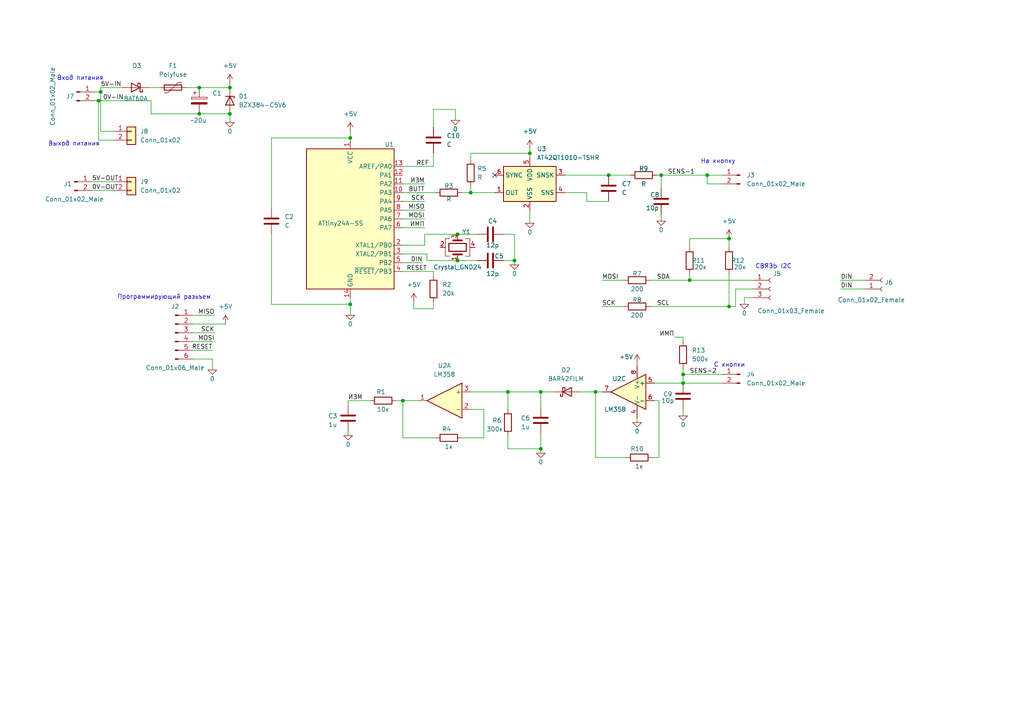
<source format=kicad_sch>
(kicad_sch (version 20211123) (generator eeschema)

  (uuid 9538e4ed-27e6-4c37-b989-9859dc0d49e8)

  (paper "A4")

  (lib_symbols
    (symbol "Amplifier_Operational:LM358" (pin_names (offset 0.127)) (in_bom yes) (on_board yes)
      (property "Reference" "U" (id 0) (at 0 5.08 0)
        (effects (font (size 1.27 1.27)) (justify left))
      )
      (property "Value" "LM358" (id 1) (at 0 -5.08 0)
        (effects (font (size 1.27 1.27)) (justify left))
      )
      (property "Footprint" "" (id 2) (at 0 0 0)
        (effects (font (size 1.27 1.27)) hide)
      )
      (property "Datasheet" "http://www.ti.com/lit/ds/symlink/lm2904-n.pdf" (id 3) (at 0 0 0)
        (effects (font (size 1.27 1.27)) hide)
      )
      (property "ki_locked" "" (id 4) (at 0 0 0)
        (effects (font (size 1.27 1.27)))
      )
      (property "ki_keywords" "dual opamp" (id 5) (at 0 0 0)
        (effects (font (size 1.27 1.27)) hide)
      )
      (property "ki_description" "Low-Power, Dual Operational Amplifiers, DIP-8/SOIC-8/TO-99-8" (id 6) (at 0 0 0)
        (effects (font (size 1.27 1.27)) hide)
      )
      (property "ki_fp_filters" "SOIC*3.9x4.9mm*P1.27mm* DIP*W7.62mm* TO*99* OnSemi*Micro8* TSSOP*3x3mm*P0.65mm* TSSOP*4.4x3mm*P0.65mm* MSOP*3x3mm*P0.65mm* SSOP*3.9x4.9mm*P0.635mm* LFCSP*2x2mm*P0.5mm* *SIP* SOIC*5.3x6.2mm*P1.27mm*" (id 7) (at 0 0 0)
        (effects (font (size 1.27 1.27)) hide)
      )
      (symbol "LM358_1_1"
        (polyline
          (pts
            (xy -5.08 5.08)
            (xy 5.08 0)
            (xy -5.08 -5.08)
            (xy -5.08 5.08)
          )
          (stroke (width 0.254) (type default) (color 0 0 0 0))
          (fill (type background))
        )
        (pin output line (at 7.62 0 180) (length 2.54)
          (name "~" (effects (font (size 1.27 1.27))))
          (number "1" (effects (font (size 1.27 1.27))))
        )
        (pin input line (at -7.62 -2.54 0) (length 2.54)
          (name "-" (effects (font (size 1.27 1.27))))
          (number "2" (effects (font (size 1.27 1.27))))
        )
        (pin input line (at -7.62 2.54 0) (length 2.54)
          (name "+" (effects (font (size 1.27 1.27))))
          (number "3" (effects (font (size 1.27 1.27))))
        )
      )
      (symbol "LM358_2_1"
        (polyline
          (pts
            (xy -5.08 5.08)
            (xy 5.08 0)
            (xy -5.08 -5.08)
            (xy -5.08 5.08)
          )
          (stroke (width 0.254) (type default) (color 0 0 0 0))
          (fill (type background))
        )
        (pin input line (at -7.62 2.54 0) (length 2.54)
          (name "+" (effects (font (size 1.27 1.27))))
          (number "5" (effects (font (size 1.27 1.27))))
        )
        (pin input line (at -7.62 -2.54 0) (length 2.54)
          (name "-" (effects (font (size 1.27 1.27))))
          (number "6" (effects (font (size 1.27 1.27))))
        )
        (pin output line (at 7.62 0 180) (length 2.54)
          (name "~" (effects (font (size 1.27 1.27))))
          (number "7" (effects (font (size 1.27 1.27))))
        )
      )
      (symbol "LM358_3_1"
        (pin power_in line (at -2.54 -7.62 90) (length 3.81)
          (name "V-" (effects (font (size 1.27 1.27))))
          (number "4" (effects (font (size 1.27 1.27))))
        )
        (pin power_in line (at -2.54 7.62 270) (length 3.81)
          (name "V+" (effects (font (size 1.27 1.27))))
          (number "8" (effects (font (size 1.27 1.27))))
        )
      )
    )
    (symbol "Connector:Conn_01x02_Female" (pin_names (offset 1.016) hide) (in_bom yes) (on_board yes)
      (property "Reference" "J" (id 0) (at 0 2.54 0)
        (effects (font (size 1.27 1.27)))
      )
      (property "Value" "Conn_01x02_Female" (id 1) (at 0 -5.08 0)
        (effects (font (size 1.27 1.27)))
      )
      (property "Footprint" "" (id 2) (at 0 0 0)
        (effects (font (size 1.27 1.27)) hide)
      )
      (property "Datasheet" "~" (id 3) (at 0 0 0)
        (effects (font (size 1.27 1.27)) hide)
      )
      (property "ki_keywords" "connector" (id 4) (at 0 0 0)
        (effects (font (size 1.27 1.27)) hide)
      )
      (property "ki_description" "Generic connector, single row, 01x02, script generated (kicad-library-utils/schlib/autogen/connector/)" (id 5) (at 0 0 0)
        (effects (font (size 1.27 1.27)) hide)
      )
      (property "ki_fp_filters" "Connector*:*_1x??_*" (id 6) (at 0 0 0)
        (effects (font (size 1.27 1.27)) hide)
      )
      (symbol "Conn_01x02_Female_1_1"
        (arc (start 0 -2.032) (mid -0.508 -2.54) (end 0 -3.048)
          (stroke (width 0.1524) (type default) (color 0 0 0 0))
          (fill (type none))
        )
        (polyline
          (pts
            (xy -1.27 -2.54)
            (xy -0.508 -2.54)
          )
          (stroke (width 0.1524) (type default) (color 0 0 0 0))
          (fill (type none))
        )
        (polyline
          (pts
            (xy -1.27 0)
            (xy -0.508 0)
          )
          (stroke (width 0.1524) (type default) (color 0 0 0 0))
          (fill (type none))
        )
        (arc (start 0 0.508) (mid -0.508 0) (end 0 -0.508)
          (stroke (width 0.1524) (type default) (color 0 0 0 0))
          (fill (type none))
        )
        (pin passive line (at -5.08 0 0) (length 3.81)
          (name "Pin_1" (effects (font (size 1.27 1.27))))
          (number "1" (effects (font (size 1.27 1.27))))
        )
        (pin passive line (at -5.08 -2.54 0) (length 3.81)
          (name "Pin_2" (effects (font (size 1.27 1.27))))
          (number "2" (effects (font (size 1.27 1.27))))
        )
      )
    )
    (symbol "Connector:Conn_01x02_Male" (pin_names (offset 1.016) hide) (in_bom yes) (on_board yes)
      (property "Reference" "J" (id 0) (at 0 2.54 0)
        (effects (font (size 1.27 1.27)))
      )
      (property "Value" "Conn_01x02_Male" (id 1) (at 0 -5.08 0)
        (effects (font (size 1.27 1.27)))
      )
      (property "Footprint" "" (id 2) (at 0 0 0)
        (effects (font (size 1.27 1.27)) hide)
      )
      (property "Datasheet" "~" (id 3) (at 0 0 0)
        (effects (font (size 1.27 1.27)) hide)
      )
      (property "ki_keywords" "connector" (id 4) (at 0 0 0)
        (effects (font (size 1.27 1.27)) hide)
      )
      (property "ki_description" "Generic connector, single row, 01x02, script generated (kicad-library-utils/schlib/autogen/connector/)" (id 5) (at 0 0 0)
        (effects (font (size 1.27 1.27)) hide)
      )
      (property "ki_fp_filters" "Connector*:*_1x??_*" (id 6) (at 0 0 0)
        (effects (font (size 1.27 1.27)) hide)
      )
      (symbol "Conn_01x02_Male_1_1"
        (polyline
          (pts
            (xy 1.27 -2.54)
            (xy 0.8636 -2.54)
          )
          (stroke (width 0.1524) (type default) (color 0 0 0 0))
          (fill (type none))
        )
        (polyline
          (pts
            (xy 1.27 0)
            (xy 0.8636 0)
          )
          (stroke (width 0.1524) (type default) (color 0 0 0 0))
          (fill (type none))
        )
        (rectangle (start 0.8636 -2.413) (end 0 -2.667)
          (stroke (width 0.1524) (type default) (color 0 0 0 0))
          (fill (type outline))
        )
        (rectangle (start 0.8636 0.127) (end 0 -0.127)
          (stroke (width 0.1524) (type default) (color 0 0 0 0))
          (fill (type outline))
        )
        (pin passive line (at 5.08 0 180) (length 3.81)
          (name "Pin_1" (effects (font (size 1.27 1.27))))
          (number "1" (effects (font (size 1.27 1.27))))
        )
        (pin passive line (at 5.08 -2.54 180) (length 3.81)
          (name "Pin_2" (effects (font (size 1.27 1.27))))
          (number "2" (effects (font (size 1.27 1.27))))
        )
      )
    )
    (symbol "Connector:Conn_01x03_Female" (pin_names (offset 1.016) hide) (in_bom yes) (on_board yes)
      (property "Reference" "J" (id 0) (at 0 5.08 0)
        (effects (font (size 1.27 1.27)))
      )
      (property "Value" "Conn_01x03_Female" (id 1) (at 0 -5.08 0)
        (effects (font (size 1.27 1.27)))
      )
      (property "Footprint" "" (id 2) (at 0 0 0)
        (effects (font (size 1.27 1.27)) hide)
      )
      (property "Datasheet" "~" (id 3) (at 0 0 0)
        (effects (font (size 1.27 1.27)) hide)
      )
      (property "ki_keywords" "connector" (id 4) (at 0 0 0)
        (effects (font (size 1.27 1.27)) hide)
      )
      (property "ki_description" "Generic connector, single row, 01x03, script generated (kicad-library-utils/schlib/autogen/connector/)" (id 5) (at 0 0 0)
        (effects (font (size 1.27 1.27)) hide)
      )
      (property "ki_fp_filters" "Connector*:*_1x??_*" (id 6) (at 0 0 0)
        (effects (font (size 1.27 1.27)) hide)
      )
      (symbol "Conn_01x03_Female_1_1"
        (arc (start 0 -2.032) (mid -0.508 -2.54) (end 0 -3.048)
          (stroke (width 0.1524) (type default) (color 0 0 0 0))
          (fill (type none))
        )
        (polyline
          (pts
            (xy -1.27 -2.54)
            (xy -0.508 -2.54)
          )
          (stroke (width 0.1524) (type default) (color 0 0 0 0))
          (fill (type none))
        )
        (polyline
          (pts
            (xy -1.27 0)
            (xy -0.508 0)
          )
          (stroke (width 0.1524) (type default) (color 0 0 0 0))
          (fill (type none))
        )
        (polyline
          (pts
            (xy -1.27 2.54)
            (xy -0.508 2.54)
          )
          (stroke (width 0.1524) (type default) (color 0 0 0 0))
          (fill (type none))
        )
        (arc (start 0 0.508) (mid -0.508 0) (end 0 -0.508)
          (stroke (width 0.1524) (type default) (color 0 0 0 0))
          (fill (type none))
        )
        (arc (start 0 3.048) (mid -0.508 2.54) (end 0 2.032)
          (stroke (width 0.1524) (type default) (color 0 0 0 0))
          (fill (type none))
        )
        (pin passive line (at -5.08 2.54 0) (length 3.81)
          (name "Pin_1" (effects (font (size 1.27 1.27))))
          (number "1" (effects (font (size 1.27 1.27))))
        )
        (pin passive line (at -5.08 0 0) (length 3.81)
          (name "Pin_2" (effects (font (size 1.27 1.27))))
          (number "2" (effects (font (size 1.27 1.27))))
        )
        (pin passive line (at -5.08 -2.54 0) (length 3.81)
          (name "Pin_3" (effects (font (size 1.27 1.27))))
          (number "3" (effects (font (size 1.27 1.27))))
        )
      )
    )
    (symbol "Connector:Conn_01x06_Male" (pin_names (offset 1.016) hide) (in_bom yes) (on_board yes)
      (property "Reference" "J" (id 0) (at 0 7.62 0)
        (effects (font (size 1.27 1.27)))
      )
      (property "Value" "Conn_01x06_Male" (id 1) (at 0 -10.16 0)
        (effects (font (size 1.27 1.27)))
      )
      (property "Footprint" "" (id 2) (at 0 0 0)
        (effects (font (size 1.27 1.27)) hide)
      )
      (property "Datasheet" "~" (id 3) (at 0 0 0)
        (effects (font (size 1.27 1.27)) hide)
      )
      (property "ki_keywords" "connector" (id 4) (at 0 0 0)
        (effects (font (size 1.27 1.27)) hide)
      )
      (property "ki_description" "Generic connector, single row, 01x06, script generated (kicad-library-utils/schlib/autogen/connector/)" (id 5) (at 0 0 0)
        (effects (font (size 1.27 1.27)) hide)
      )
      (property "ki_fp_filters" "Connector*:*_1x??_*" (id 6) (at 0 0 0)
        (effects (font (size 1.27 1.27)) hide)
      )
      (symbol "Conn_01x06_Male_1_1"
        (polyline
          (pts
            (xy 1.27 -7.62)
            (xy 0.8636 -7.62)
          )
          (stroke (width 0.1524) (type default) (color 0 0 0 0))
          (fill (type none))
        )
        (polyline
          (pts
            (xy 1.27 -5.08)
            (xy 0.8636 -5.08)
          )
          (stroke (width 0.1524) (type default) (color 0 0 0 0))
          (fill (type none))
        )
        (polyline
          (pts
            (xy 1.27 -2.54)
            (xy 0.8636 -2.54)
          )
          (stroke (width 0.1524) (type default) (color 0 0 0 0))
          (fill (type none))
        )
        (polyline
          (pts
            (xy 1.27 0)
            (xy 0.8636 0)
          )
          (stroke (width 0.1524) (type default) (color 0 0 0 0))
          (fill (type none))
        )
        (polyline
          (pts
            (xy 1.27 2.54)
            (xy 0.8636 2.54)
          )
          (stroke (width 0.1524) (type default) (color 0 0 0 0))
          (fill (type none))
        )
        (polyline
          (pts
            (xy 1.27 5.08)
            (xy 0.8636 5.08)
          )
          (stroke (width 0.1524) (type default) (color 0 0 0 0))
          (fill (type none))
        )
        (rectangle (start 0.8636 -7.493) (end 0 -7.747)
          (stroke (width 0.1524) (type default) (color 0 0 0 0))
          (fill (type outline))
        )
        (rectangle (start 0.8636 -4.953) (end 0 -5.207)
          (stroke (width 0.1524) (type default) (color 0 0 0 0))
          (fill (type outline))
        )
        (rectangle (start 0.8636 -2.413) (end 0 -2.667)
          (stroke (width 0.1524) (type default) (color 0 0 0 0))
          (fill (type outline))
        )
        (rectangle (start 0.8636 0.127) (end 0 -0.127)
          (stroke (width 0.1524) (type default) (color 0 0 0 0))
          (fill (type outline))
        )
        (rectangle (start 0.8636 2.667) (end 0 2.413)
          (stroke (width 0.1524) (type default) (color 0 0 0 0))
          (fill (type outline))
        )
        (rectangle (start 0.8636 5.207) (end 0 4.953)
          (stroke (width 0.1524) (type default) (color 0 0 0 0))
          (fill (type outline))
        )
        (pin passive line (at 5.08 5.08 180) (length 3.81)
          (name "Pin_1" (effects (font (size 1.27 1.27))))
          (number "1" (effects (font (size 1.27 1.27))))
        )
        (pin passive line (at 5.08 2.54 180) (length 3.81)
          (name "Pin_2" (effects (font (size 1.27 1.27))))
          (number "2" (effects (font (size 1.27 1.27))))
        )
        (pin passive line (at 5.08 0 180) (length 3.81)
          (name "Pin_3" (effects (font (size 1.27 1.27))))
          (number "3" (effects (font (size 1.27 1.27))))
        )
        (pin passive line (at 5.08 -2.54 180) (length 3.81)
          (name "Pin_4" (effects (font (size 1.27 1.27))))
          (number "4" (effects (font (size 1.27 1.27))))
        )
        (pin passive line (at 5.08 -5.08 180) (length 3.81)
          (name "Pin_5" (effects (font (size 1.27 1.27))))
          (number "5" (effects (font (size 1.27 1.27))))
        )
        (pin passive line (at 5.08 -7.62 180) (length 3.81)
          (name "Pin_6" (effects (font (size 1.27 1.27))))
          (number "6" (effects (font (size 1.27 1.27))))
        )
      )
    )
    (symbol "Connector_Generic:Conn_01x02" (pin_names (offset 1.016) hide) (in_bom yes) (on_board yes)
      (property "Reference" "J" (id 0) (at 0 2.54 0)
        (effects (font (size 1.27 1.27)))
      )
      (property "Value" "Conn_01x02" (id 1) (at 0 -5.08 0)
        (effects (font (size 1.27 1.27)))
      )
      (property "Footprint" "" (id 2) (at 0 0 0)
        (effects (font (size 1.27 1.27)) hide)
      )
      (property "Datasheet" "~" (id 3) (at 0 0 0)
        (effects (font (size 1.27 1.27)) hide)
      )
      (property "ki_keywords" "connector" (id 4) (at 0 0 0)
        (effects (font (size 1.27 1.27)) hide)
      )
      (property "ki_description" "Generic connector, single row, 01x02, script generated (kicad-library-utils/schlib/autogen/connector/)" (id 5) (at 0 0 0)
        (effects (font (size 1.27 1.27)) hide)
      )
      (property "ki_fp_filters" "Connector*:*_1x??_*" (id 6) (at 0 0 0)
        (effects (font (size 1.27 1.27)) hide)
      )
      (symbol "Conn_01x02_1_1"
        (rectangle (start -1.27 -2.413) (end 0 -2.667)
          (stroke (width 0.1524) (type default) (color 0 0 0 0))
          (fill (type none))
        )
        (rectangle (start -1.27 0.127) (end 0 -0.127)
          (stroke (width 0.1524) (type default) (color 0 0 0 0))
          (fill (type none))
        )
        (rectangle (start -1.27 1.27) (end 1.27 -3.81)
          (stroke (width 0.254) (type default) (color 0 0 0 0))
          (fill (type background))
        )
        (pin passive line (at -5.08 0 0) (length 3.81)
          (name "Pin_1" (effects (font (size 1.27 1.27))))
          (number "1" (effects (font (size 1.27 1.27))))
        )
        (pin passive line (at -5.08 -2.54 0) (length 3.81)
          (name "Pin_2" (effects (font (size 1.27 1.27))))
          (number "2" (effects (font (size 1.27 1.27))))
        )
      )
    )
    (symbol "Device:C" (pin_numbers hide) (pin_names (offset 0.254)) (in_bom yes) (on_board yes)
      (property "Reference" "C" (id 0) (at 0.635 2.54 0)
        (effects (font (size 1.27 1.27)) (justify left))
      )
      (property "Value" "C" (id 1) (at 0.635 -2.54 0)
        (effects (font (size 1.27 1.27)) (justify left))
      )
      (property "Footprint" "" (id 2) (at 0.9652 -3.81 0)
        (effects (font (size 1.27 1.27)) hide)
      )
      (property "Datasheet" "~" (id 3) (at 0 0 0)
        (effects (font (size 1.27 1.27)) hide)
      )
      (property "ki_keywords" "cap capacitor" (id 4) (at 0 0 0)
        (effects (font (size 1.27 1.27)) hide)
      )
      (property "ki_description" "Unpolarized capacitor" (id 5) (at 0 0 0)
        (effects (font (size 1.27 1.27)) hide)
      )
      (property "ki_fp_filters" "C_*" (id 6) (at 0 0 0)
        (effects (font (size 1.27 1.27)) hide)
      )
      (symbol "C_0_1"
        (polyline
          (pts
            (xy -2.032 -0.762)
            (xy 2.032 -0.762)
          )
          (stroke (width 0.508) (type default) (color 0 0 0 0))
          (fill (type none))
        )
        (polyline
          (pts
            (xy -2.032 0.762)
            (xy 2.032 0.762)
          )
          (stroke (width 0.508) (type default) (color 0 0 0 0))
          (fill (type none))
        )
      )
      (symbol "C_1_1"
        (pin passive line (at 0 3.81 270) (length 2.794)
          (name "~" (effects (font (size 1.27 1.27))))
          (number "1" (effects (font (size 1.27 1.27))))
        )
        (pin passive line (at 0 -3.81 90) (length 2.794)
          (name "~" (effects (font (size 1.27 1.27))))
          (number "2" (effects (font (size 1.27 1.27))))
        )
      )
    )
    (symbol "Device:C_Polarized" (pin_numbers hide) (pin_names (offset 0.254)) (in_bom yes) (on_board yes)
      (property "Reference" "C" (id 0) (at 0.635 2.54 0)
        (effects (font (size 1.27 1.27)) (justify left))
      )
      (property "Value" "C_Polarized" (id 1) (at 0.635 -2.54 0)
        (effects (font (size 1.27 1.27)) (justify left))
      )
      (property "Footprint" "" (id 2) (at 0.9652 -3.81 0)
        (effects (font (size 1.27 1.27)) hide)
      )
      (property "Datasheet" "~" (id 3) (at 0 0 0)
        (effects (font (size 1.27 1.27)) hide)
      )
      (property "ki_keywords" "cap capacitor" (id 4) (at 0 0 0)
        (effects (font (size 1.27 1.27)) hide)
      )
      (property "ki_description" "Polarized capacitor" (id 5) (at 0 0 0)
        (effects (font (size 1.27 1.27)) hide)
      )
      (property "ki_fp_filters" "CP_*" (id 6) (at 0 0 0)
        (effects (font (size 1.27 1.27)) hide)
      )
      (symbol "C_Polarized_0_1"
        (rectangle (start -2.286 0.508) (end 2.286 1.016)
          (stroke (width 0) (type default) (color 0 0 0 0))
          (fill (type none))
        )
        (polyline
          (pts
            (xy -1.778 2.286)
            (xy -0.762 2.286)
          )
          (stroke (width 0) (type default) (color 0 0 0 0))
          (fill (type none))
        )
        (polyline
          (pts
            (xy -1.27 2.794)
            (xy -1.27 1.778)
          )
          (stroke (width 0) (type default) (color 0 0 0 0))
          (fill (type none))
        )
        (rectangle (start 2.286 -0.508) (end -2.286 -1.016)
          (stroke (width 0) (type default) (color 0 0 0 0))
          (fill (type outline))
        )
      )
      (symbol "C_Polarized_1_1"
        (pin passive line (at 0 3.81 270) (length 2.794)
          (name "~" (effects (font (size 1.27 1.27))))
          (number "1" (effects (font (size 1.27 1.27))))
        )
        (pin passive line (at 0 -3.81 90) (length 2.794)
          (name "~" (effects (font (size 1.27 1.27))))
          (number "2" (effects (font (size 1.27 1.27))))
        )
      )
    )
    (symbol "Device:Crystal_GND24" (pin_names (offset 1.016) hide) (in_bom yes) (on_board yes)
      (property "Reference" "Y" (id 0) (at 3.175 5.08 0)
        (effects (font (size 1.27 1.27)) (justify left))
      )
      (property "Value" "Crystal_GND24" (id 1) (at 3.175 3.175 0)
        (effects (font (size 1.27 1.27)) (justify left))
      )
      (property "Footprint" "" (id 2) (at 0 0 0)
        (effects (font (size 1.27 1.27)) hide)
      )
      (property "Datasheet" "~" (id 3) (at 0 0 0)
        (effects (font (size 1.27 1.27)) hide)
      )
      (property "ki_keywords" "quartz ceramic resonator oscillator" (id 4) (at 0 0 0)
        (effects (font (size 1.27 1.27)) hide)
      )
      (property "ki_description" "Four pin crystal, GND on pins 2 and 4" (id 5) (at 0 0 0)
        (effects (font (size 1.27 1.27)) hide)
      )
      (property "ki_fp_filters" "Crystal*" (id 6) (at 0 0 0)
        (effects (font (size 1.27 1.27)) hide)
      )
      (symbol "Crystal_GND24_0_1"
        (rectangle (start -1.143 2.54) (end 1.143 -2.54)
          (stroke (width 0.3048) (type default) (color 0 0 0 0))
          (fill (type none))
        )
        (polyline
          (pts
            (xy -2.54 0)
            (xy -2.032 0)
          )
          (stroke (width 0) (type default) (color 0 0 0 0))
          (fill (type none))
        )
        (polyline
          (pts
            (xy -2.032 -1.27)
            (xy -2.032 1.27)
          )
          (stroke (width 0.508) (type default) (color 0 0 0 0))
          (fill (type none))
        )
        (polyline
          (pts
            (xy 0 -3.81)
            (xy 0 -3.556)
          )
          (stroke (width 0) (type default) (color 0 0 0 0))
          (fill (type none))
        )
        (polyline
          (pts
            (xy 0 3.556)
            (xy 0 3.81)
          )
          (stroke (width 0) (type default) (color 0 0 0 0))
          (fill (type none))
        )
        (polyline
          (pts
            (xy 2.032 -1.27)
            (xy 2.032 1.27)
          )
          (stroke (width 0.508) (type default) (color 0 0 0 0))
          (fill (type none))
        )
        (polyline
          (pts
            (xy 2.032 0)
            (xy 2.54 0)
          )
          (stroke (width 0) (type default) (color 0 0 0 0))
          (fill (type none))
        )
        (polyline
          (pts
            (xy -2.54 -2.286)
            (xy -2.54 -3.556)
            (xy 2.54 -3.556)
            (xy 2.54 -2.286)
          )
          (stroke (width 0) (type default) (color 0 0 0 0))
          (fill (type none))
        )
        (polyline
          (pts
            (xy -2.54 2.286)
            (xy -2.54 3.556)
            (xy 2.54 3.556)
            (xy 2.54 2.286)
          )
          (stroke (width 0) (type default) (color 0 0 0 0))
          (fill (type none))
        )
      )
      (symbol "Crystal_GND24_1_1"
        (pin passive line (at -3.81 0 0) (length 1.27)
          (name "1" (effects (font (size 1.27 1.27))))
          (number "1" (effects (font (size 1.27 1.27))))
        )
        (pin passive line (at 0 5.08 270) (length 1.27)
          (name "2" (effects (font (size 1.27 1.27))))
          (number "2" (effects (font (size 1.27 1.27))))
        )
        (pin passive line (at 3.81 0 180) (length 1.27)
          (name "3" (effects (font (size 1.27 1.27))))
          (number "3" (effects (font (size 1.27 1.27))))
        )
        (pin passive line (at 0 -5.08 90) (length 1.27)
          (name "4" (effects (font (size 1.27 1.27))))
          (number "4" (effects (font (size 1.27 1.27))))
        )
      )
    )
    (symbol "Device:Polyfuse" (pin_numbers hide) (pin_names (offset 0)) (in_bom yes) (on_board yes)
      (property "Reference" "F" (id 0) (at -2.54 0 90)
        (effects (font (size 1.27 1.27)))
      )
      (property "Value" "Polyfuse" (id 1) (at 2.54 0 90)
        (effects (font (size 1.27 1.27)))
      )
      (property "Footprint" "" (id 2) (at 1.27 -5.08 0)
        (effects (font (size 1.27 1.27)) (justify left) hide)
      )
      (property "Datasheet" "~" (id 3) (at 0 0 0)
        (effects (font (size 1.27 1.27)) hide)
      )
      (property "ki_keywords" "resettable fuse PTC PPTC polyfuse polyswitch" (id 4) (at 0 0 0)
        (effects (font (size 1.27 1.27)) hide)
      )
      (property "ki_description" "Resettable fuse, polymeric positive temperature coefficient" (id 5) (at 0 0 0)
        (effects (font (size 1.27 1.27)) hide)
      )
      (property "ki_fp_filters" "*polyfuse* *PTC*" (id 6) (at 0 0 0)
        (effects (font (size 1.27 1.27)) hide)
      )
      (symbol "Polyfuse_0_1"
        (rectangle (start -0.762 2.54) (end 0.762 -2.54)
          (stroke (width 0.254) (type default) (color 0 0 0 0))
          (fill (type none))
        )
        (polyline
          (pts
            (xy 0 2.54)
            (xy 0 -2.54)
          )
          (stroke (width 0) (type default) (color 0 0 0 0))
          (fill (type none))
        )
        (polyline
          (pts
            (xy -1.524 2.54)
            (xy -1.524 1.524)
            (xy 1.524 -1.524)
            (xy 1.524 -2.54)
          )
          (stroke (width 0) (type default) (color 0 0 0 0))
          (fill (type none))
        )
      )
      (symbol "Polyfuse_1_1"
        (pin passive line (at 0 3.81 270) (length 1.27)
          (name "~" (effects (font (size 1.27 1.27))))
          (number "1" (effects (font (size 1.27 1.27))))
        )
        (pin passive line (at 0 -3.81 90) (length 1.27)
          (name "~" (effects (font (size 1.27 1.27))))
          (number "2" (effects (font (size 1.27 1.27))))
        )
      )
    )
    (symbol "Device:R" (pin_numbers hide) (pin_names (offset 0)) (in_bom yes) (on_board yes)
      (property "Reference" "R" (id 0) (at 2.032 0 90)
        (effects (font (size 1.27 1.27)))
      )
      (property "Value" "R" (id 1) (at 0 0 90)
        (effects (font (size 1.27 1.27)))
      )
      (property "Footprint" "" (id 2) (at -1.778 0 90)
        (effects (font (size 1.27 1.27)) hide)
      )
      (property "Datasheet" "~" (id 3) (at 0 0 0)
        (effects (font (size 1.27 1.27)) hide)
      )
      (property "ki_keywords" "R res resistor" (id 4) (at 0 0 0)
        (effects (font (size 1.27 1.27)) hide)
      )
      (property "ki_description" "Resistor" (id 5) (at 0 0 0)
        (effects (font (size 1.27 1.27)) hide)
      )
      (property "ki_fp_filters" "R_*" (id 6) (at 0 0 0)
        (effects (font (size 1.27 1.27)) hide)
      )
      (symbol "R_0_1"
        (rectangle (start -1.016 -2.54) (end 1.016 2.54)
          (stroke (width 0.254) (type default) (color 0 0 0 0))
          (fill (type none))
        )
      )
      (symbol "R_1_1"
        (pin passive line (at 0 3.81 270) (length 1.27)
          (name "~" (effects (font (size 1.27 1.27))))
          (number "1" (effects (font (size 1.27 1.27))))
        )
        (pin passive line (at 0 -3.81 90) (length 1.27)
          (name "~" (effects (font (size 1.27 1.27))))
          (number "2" (effects (font (size 1.27 1.27))))
        )
      )
    )
    (symbol "Diode:BAR42FILM" (pin_numbers hide) (pin_names (offset 1.016) hide) (in_bom yes) (on_board yes)
      (property "Reference" "D" (id 0) (at 0 2.54 0)
        (effects (font (size 1.27 1.27)))
      )
      (property "Value" "BAR42FILM" (id 1) (at 0 -2.54 0)
        (effects (font (size 1.27 1.27)))
      )
      (property "Footprint" "Package_TO_SOT_SMD:SOT-23" (id 2) (at 0 -4.445 0)
        (effects (font (size 1.27 1.27)) hide)
      )
      (property "Datasheet" "www.st.com/resource/en/datasheet/bar42.pdf" (id 3) (at 0 0 0)
        (effects (font (size 1.27 1.27)) hide)
      )
      (property "ki_keywords" "diode Schottky" (id 4) (at 0 0 0)
        (effects (font (size 1.27 1.27)) hide)
      )
      (property "ki_description" "30V 0.1A Small signal Schottky diode, SOT-23" (id 5) (at 0 0 0)
        (effects (font (size 1.27 1.27)) hide)
      )
      (property "ki_fp_filters" "SOT?23*" (id 6) (at 0 0 0)
        (effects (font (size 1.27 1.27)) hide)
      )
      (symbol "BAR42FILM_0_1"
        (polyline
          (pts
            (xy 1.27 0)
            (xy -1.27 0)
          )
          (stroke (width 0) (type default) (color 0 0 0 0))
          (fill (type none))
        )
        (polyline
          (pts
            (xy 1.27 1.27)
            (xy 1.27 -1.27)
            (xy -1.27 0)
            (xy 1.27 1.27)
          )
          (stroke (width 0.254) (type default) (color 0 0 0 0))
          (fill (type none))
        )
        (polyline
          (pts
            (xy -1.905 0.635)
            (xy -1.905 1.27)
            (xy -1.27 1.27)
            (xy -1.27 -1.27)
            (xy -0.635 -1.27)
            (xy -0.635 -0.635)
          )
          (stroke (width 0.254) (type default) (color 0 0 0 0))
          (fill (type none))
        )
      )
      (symbol "BAR42FILM_1_1"
        (pin passive line (at 3.81 0 180) (length 2.54)
          (name "A" (effects (font (size 1.27 1.27))))
          (number "1" (effects (font (size 1.27 1.27))))
        )
        (pin no_connect line (at 3.81 2.54 180) (length 2.54) hide
          (name "NC" (effects (font (size 1.27 1.27))))
          (number "2" (effects (font (size 1.27 1.27))))
        )
        (pin passive line (at -3.81 0 0) (length 2.54)
          (name "K" (effects (font (size 1.27 1.27))))
          (number "3" (effects (font (size 1.27 1.27))))
        )
      )
    )
    (symbol "Diode:BAT60A" (pin_numbers hide) (pin_names (offset 1.016) hide) (in_bom yes) (on_board yes)
      (property "Reference" "D" (id 0) (at 0 2.54 0)
        (effects (font (size 1.27 1.27)))
      )
      (property "Value" "BAT60A" (id 1) (at 0 -2.54 0)
        (effects (font (size 1.27 1.27)))
      )
      (property "Footprint" "Diode_SMD:D_SOD-323" (id 2) (at 0 -4.445 0)
        (effects (font (size 1.27 1.27)) hide)
      )
      (property "Datasheet" "https://www.infineon.com/dgdl/Infineon-BAT60ASERIES-DS-v01_01-en.pdf?fileId=db3a304313d846880113def70c9304a9" (id 3) (at 0 0 0)
        (effects (font (size 1.27 1.27)) hide)
      )
      (property "ki_keywords" "diode Schottky" (id 4) (at 0 0 0)
        (effects (font (size 1.27 1.27)) hide)
      )
      (property "ki_description" "10V 3A High Current Recitifier Schottky Diode, SOD-323" (id 5) (at 0 0 0)
        (effects (font (size 1.27 1.27)) hide)
      )
      (property "ki_fp_filters" "D*SOD?323*" (id 6) (at 0 0 0)
        (effects (font (size 1.27 1.27)) hide)
      )
      (symbol "BAT60A_0_1"
        (polyline
          (pts
            (xy 1.27 0)
            (xy -1.27 0)
          )
          (stroke (width 0) (type default) (color 0 0 0 0))
          (fill (type none))
        )
        (polyline
          (pts
            (xy 1.27 1.27)
            (xy 1.27 -1.27)
            (xy -1.27 0)
            (xy 1.27 1.27)
          )
          (stroke (width 0.254) (type default) (color 0 0 0 0))
          (fill (type none))
        )
        (polyline
          (pts
            (xy -1.905 0.635)
            (xy -1.905 1.27)
            (xy -1.27 1.27)
            (xy -1.27 -1.27)
            (xy -0.635 -1.27)
            (xy -0.635 -0.635)
          )
          (stroke (width 0.254) (type default) (color 0 0 0 0))
          (fill (type none))
        )
      )
      (symbol "BAT60A_1_1"
        (pin passive line (at -3.81 0 0) (length 2.54)
          (name "K" (effects (font (size 1.27 1.27))))
          (number "1" (effects (font (size 1.27 1.27))))
        )
        (pin passive line (at 3.81 0 180) (length 2.54)
          (name "A" (effects (font (size 1.27 1.27))))
          (number "2" (effects (font (size 1.27 1.27))))
        )
      )
    )
    (symbol "Diode:BZX384-xxx" (pin_numbers hide) (pin_names hide) (in_bom yes) (on_board yes)
      (property "Reference" "D" (id 0) (at 0 2.54 0)
        (effects (font (size 1.27 1.27)))
      )
      (property "Value" "BZX384-xxx" (id 1) (at 0 -2.54 0)
        (effects (font (size 1.27 1.27)))
      )
      (property "Footprint" "Diode_SMD:D_SOD-323" (id 2) (at 0 -4.445 0)
        (effects (font (size 1.27 1.27)) hide)
      )
      (property "Datasheet" "https://assets.nexperia.com/documents/data-sheet/BZX384_SERIES.pdf" (id 3) (at 0 0 0)
        (effects (font (size 1.27 1.27)) hide)
      )
      (property "ki_keywords" "zener diode" (id 4) (at 0 0 0)
        (effects (font (size 1.27 1.27)) hide)
      )
      (property "ki_description" "300mW Zener Diode, SOD-323" (id 5) (at 0 0 0)
        (effects (font (size 1.27 1.27)) hide)
      )
      (property "ki_fp_filters" "D*SOD*323*" (id 6) (at 0 0 0)
        (effects (font (size 1.27 1.27)) hide)
      )
      (symbol "BZX384-xxx_0_1"
        (polyline
          (pts
            (xy 1.27 0)
            (xy -1.27 0)
          )
          (stroke (width 0) (type default) (color 0 0 0 0))
          (fill (type none))
        )
        (polyline
          (pts
            (xy -1.27 -1.27)
            (xy -1.27 1.27)
            (xy -0.762 1.27)
          )
          (stroke (width 0.254) (type default) (color 0 0 0 0))
          (fill (type none))
        )
        (polyline
          (pts
            (xy 1.27 -1.27)
            (xy 1.27 1.27)
            (xy -1.27 0)
            (xy 1.27 -1.27)
          )
          (stroke (width 0.254) (type default) (color 0 0 0 0))
          (fill (type none))
        )
      )
      (symbol "BZX384-xxx_1_1"
        (pin passive line (at -3.81 0 0) (length 2.54)
          (name "K" (effects (font (size 1.27 1.27))))
          (number "1" (effects (font (size 1.27 1.27))))
        )
        (pin passive line (at 3.81 0 180) (length 2.54)
          (name "A" (effects (font (size 1.27 1.27))))
          (number "2" (effects (font (size 1.27 1.27))))
        )
      )
    )
    (symbol "MCU_Microchip_ATtiny:ATtiny24A-SS" (in_bom yes) (on_board yes)
      (property "Reference" "U" (id 0) (at -12.7 21.59 0)
        (effects (font (size 1.27 1.27)) (justify left bottom))
      )
      (property "Value" "ATtiny24A-SS" (id 1) (at 2.54 -21.59 0)
        (effects (font (size 1.27 1.27)) (justify left top))
      )
      (property "Footprint" "Package_SO:SOIC-14_3.9x8.7mm_P1.27mm" (id 2) (at 0 0 0)
        (effects (font (size 1.27 1.27) italic) hide)
      )
      (property "Datasheet" "http://ww1.microchip.com/downloads/en/DeviceDoc/doc8183.pdf" (id 3) (at 0 0 0)
        (effects (font (size 1.27 1.27)) hide)
      )
      (property "ki_keywords" "AVR 8bit Microcontroller tinyAVR" (id 4) (at 0 0 0)
        (effects (font (size 1.27 1.27)) hide)
      )
      (property "ki_description" "20MHz, 2kB Flash, 128B SRAM, 128B EEPROM, debugWIRE, SOIC-14" (id 5) (at 0 0 0)
        (effects (font (size 1.27 1.27)) hide)
      )
      (property "ki_fp_filters" "SOIC*3.9x8.7mm*P1.27mm*" (id 6) (at 0 0 0)
        (effects (font (size 1.27 1.27)) hide)
      )
      (symbol "ATtiny24A-SS_0_1"
        (rectangle (start -12.7 -20.32) (end 12.7 20.32)
          (stroke (width 0.254) (type default) (color 0 0 0 0))
          (fill (type background))
        )
      )
      (symbol "ATtiny24A-SS_1_1"
        (pin power_in line (at 0 22.86 270) (length 2.54)
          (name "VCC" (effects (font (size 1.27 1.27))))
          (number "1" (effects (font (size 1.27 1.27))))
        )
        (pin bidirectional line (at 15.24 7.62 180) (length 2.54)
          (name "PA3" (effects (font (size 1.27 1.27))))
          (number "10" (effects (font (size 1.27 1.27))))
        )
        (pin bidirectional line (at 15.24 10.16 180) (length 2.54)
          (name "PA2" (effects (font (size 1.27 1.27))))
          (number "11" (effects (font (size 1.27 1.27))))
        )
        (pin bidirectional line (at 15.24 12.7 180) (length 2.54)
          (name "PA1" (effects (font (size 1.27 1.27))))
          (number "12" (effects (font (size 1.27 1.27))))
        )
        (pin bidirectional line (at 15.24 15.24 180) (length 2.54)
          (name "AREF/PA0" (effects (font (size 1.27 1.27))))
          (number "13" (effects (font (size 1.27 1.27))))
        )
        (pin power_in line (at 0 -22.86 90) (length 2.54)
          (name "GND" (effects (font (size 1.27 1.27))))
          (number "14" (effects (font (size 1.27 1.27))))
        )
        (pin bidirectional line (at 15.24 -7.62 180) (length 2.54)
          (name "XTAL1/PB0" (effects (font (size 1.27 1.27))))
          (number "2" (effects (font (size 1.27 1.27))))
        )
        (pin bidirectional line (at 15.24 -10.16 180) (length 2.54)
          (name "XTAL2/PB1" (effects (font (size 1.27 1.27))))
          (number "3" (effects (font (size 1.27 1.27))))
        )
        (pin bidirectional line (at 15.24 -15.24 180) (length 2.54)
          (name "~{RESET}/PB3" (effects (font (size 1.27 1.27))))
          (number "4" (effects (font (size 1.27 1.27))))
        )
        (pin bidirectional line (at 15.24 -12.7 180) (length 2.54)
          (name "PB2" (effects (font (size 1.27 1.27))))
          (number "5" (effects (font (size 1.27 1.27))))
        )
        (pin bidirectional line (at 15.24 -2.54 180) (length 2.54)
          (name "PA7" (effects (font (size 1.27 1.27))))
          (number "6" (effects (font (size 1.27 1.27))))
        )
        (pin bidirectional line (at 15.24 0 180) (length 2.54)
          (name "PA6" (effects (font (size 1.27 1.27))))
          (number "7" (effects (font (size 1.27 1.27))))
        )
        (pin bidirectional line (at 15.24 2.54 180) (length 2.54)
          (name "PA5" (effects (font (size 1.27 1.27))))
          (number "8" (effects (font (size 1.27 1.27))))
        )
        (pin bidirectional line (at 15.24 5.08 180) (length 2.54)
          (name "PA4" (effects (font (size 1.27 1.27))))
          (number "9" (effects (font (size 1.27 1.27))))
        )
      )
    )
    (symbol "Sensor_Touch:AT42QT1010-TSHR" (in_bom yes) (on_board yes)
      (property "Reference" "U" (id 0) (at -2.54 8.255 0)
        (effects (font (size 1.27 1.27)) (justify right))
      )
      (property "Value" "AT42QT1010-TSHR" (id 1) (at -2.54 6.35 0)
        (effects (font (size 1.27 1.27)) (justify right))
      )
      (property "Footprint" "Package_TO_SOT_SMD:SOT-23-6" (id 2) (at 1.27 -6.35 0)
        (effects (font (size 1.27 1.27)) (justify left) hide)
      )
      (property "Datasheet" "http://ww1.microchip.com/downloads/en/DeviceDoc/40001946A.pdf" (id 3) (at 6.858 13.97 0)
        (effects (font (size 1.27 1.27)) hide)
      )
      (property "ki_keywords" "Touch QTouch Sensor Key" (id 4) (at 0 0 0)
        (effects (font (size 1.27 1.27)) hide)
      )
      (property "ki_description" "Single-key Touch Sensor, SOT-23-6" (id 5) (at 0 0 0)
        (effects (font (size 1.27 1.27)) hide)
      )
      (property "ki_fp_filters" "SOT?23*" (id 6) (at 0 0 0)
        (effects (font (size 1.27 1.27)) hide)
      )
      (symbol "AT42QT1010-TSHR_0_1"
        (rectangle (start -7.62 5.08) (end 7.62 -5.08)
          (stroke (width 0.254) (type default) (color 0 0 0 0))
          (fill (type background))
        )
      )
      (symbol "AT42QT1010-TSHR_1_1"
        (pin output line (at -10.16 -2.54 0) (length 2.54)
          (name "OUT" (effects (font (size 1.27 1.27))))
          (number "1" (effects (font (size 1.27 1.27))))
        )
        (pin power_in line (at 0 -7.62 90) (length 2.54)
          (name "VSS" (effects (font (size 1.27 1.27))))
          (number "2" (effects (font (size 1.27 1.27))))
        )
        (pin passive line (at 10.16 2.54 180) (length 2.54)
          (name "SNSK" (effects (font (size 1.27 1.27))))
          (number "3" (effects (font (size 1.27 1.27))))
        )
        (pin passive line (at 10.16 -2.54 180) (length 2.54)
          (name "SNS" (effects (font (size 1.27 1.27))))
          (number "4" (effects (font (size 1.27 1.27))))
        )
        (pin power_in line (at 0 7.62 270) (length 2.54)
          (name "VDD" (effects (font (size 1.27 1.27))))
          (number "5" (effects (font (size 1.27 1.27))))
        )
        (pin input line (at -10.16 2.54 0) (length 2.54)
          (name "SYNC" (effects (font (size 1.27 1.27))))
          (number "6" (effects (font (size 1.27 1.27))))
        )
      )
    )
    (symbol "power:+5V" (power) (pin_names (offset 0)) (in_bom yes) (on_board yes)
      (property "Reference" "#PWR" (id 0) (at 0 -3.81 0)
        (effects (font (size 1.27 1.27)) hide)
      )
      (property "Value" "+5V" (id 1) (at 0 3.556 0)
        (effects (font (size 1.27 1.27)))
      )
      (property "Footprint" "" (id 2) (at 0 0 0)
        (effects (font (size 1.27 1.27)) hide)
      )
      (property "Datasheet" "" (id 3) (at 0 0 0)
        (effects (font (size 1.27 1.27)) hide)
      )
      (property "ki_keywords" "power-flag" (id 4) (at 0 0 0)
        (effects (font (size 1.27 1.27)) hide)
      )
      (property "ki_description" "Power symbol creates a global label with name \"+5V\"" (id 5) (at 0 0 0)
        (effects (font (size 1.27 1.27)) hide)
      )
      (symbol "+5V_0_1"
        (polyline
          (pts
            (xy -0.762 1.27)
            (xy 0 2.54)
          )
          (stroke (width 0) (type default) (color 0 0 0 0))
          (fill (type none))
        )
        (polyline
          (pts
            (xy 0 0)
            (xy 0 2.54)
          )
          (stroke (width 0) (type default) (color 0 0 0 0))
          (fill (type none))
        )
        (polyline
          (pts
            (xy 0 2.54)
            (xy 0.762 1.27)
          )
          (stroke (width 0) (type default) (color 0 0 0 0))
          (fill (type none))
        )
      )
      (symbol "+5V_1_1"
        (pin power_in line (at 0 0 90) (length 0) hide
          (name "+5V" (effects (font (size 1.27 1.27))))
          (number "1" (effects (font (size 1.27 1.27))))
        )
      )
    )
    (symbol "pspice:0" (power) (pin_names (offset 0)) (in_bom yes) (on_board yes)
      (property "Reference" "#GND" (id 0) (at 0 -2.54 0)
        (effects (font (size 1.27 1.27)) hide)
      )
      (property "Value" "0" (id 1) (at 0 -1.778 0)
        (effects (font (size 1.27 1.27)))
      )
      (property "Footprint" "" (id 2) (at 0 0 0)
        (effects (font (size 1.27 1.27)) hide)
      )
      (property "Datasheet" "~" (id 3) (at 0 0 0)
        (effects (font (size 1.27 1.27)) hide)
      )
      (property "ki_keywords" "simulation" (id 4) (at 0 0 0)
        (effects (font (size 1.27 1.27)) hide)
      )
      (property "ki_description" "0V reference potential for simulation" (id 5) (at 0 0 0)
        (effects (font (size 1.27 1.27)) hide)
      )
      (symbol "0_0_1"
        (polyline
          (pts
            (xy -1.27 0)
            (xy 0 -1.27)
            (xy 1.27 0)
            (xy -1.27 0)
          )
          (stroke (width 0) (type default) (color 0 0 0 0))
          (fill (type none))
        )
      )
      (symbol "0_1_1"
        (pin power_in line (at 0 0 0) (length 0) hide
          (name "0" (effects (font (size 1.016 1.016))))
          (number "1" (effects (font (size 1.016 1.016))))
        )
      )
    )
  )

  (junction (at 116.84 116.205) (diameter 0) (color 0 0 0 0)
    (uuid 1561b2e2-d203-4ed5-8aad-795dd48c1401)
  )
  (junction (at 172.72 113.665) (diameter 0) (color 0 0 0 0)
    (uuid 39c939c8-bcc6-4c9d-b80e-1c0edf3abd1f)
  )
  (junction (at 200.025 81.28) (diameter 0) (color 0 0 0 0)
    (uuid 3afa5977-8f52-4288-86bc-9b7a11a332f0)
  )
  (junction (at 176.53 50.8) (diameter 0) (color 0 0 0 0)
    (uuid 3d67cbac-adbf-42af-8b38-8b8fbb12f2e0)
  )
  (junction (at 132.715 67.945) (diameter 0) (color 0 0 0 0)
    (uuid 42707efe-53da-404d-bbcd-10a2cb955d41)
  )
  (junction (at 198.12 111.125) (diameter 0) (color 0 0 0 0)
    (uuid 42869ad7-f076-46cb-a91d-927ca8724124)
  )
  (junction (at 147.32 113.665) (diameter 0) (color 0 0 0 0)
    (uuid 430a2b49-50fa-4793-8721-28d4e339ca5b)
  )
  (junction (at 136.525 55.88) (diameter 0) (color 0 0 0 0)
    (uuid 5414a7d8-aad3-476f-a54b-bbadf083a578)
  )
  (junction (at 153.67 44.45) (diameter 0) (color 0 0 0 0)
    (uuid 86554d73-aceb-467c-b22e-d3c7cd8b5732)
  )
  (junction (at 211.455 88.9) (diameter 0) (color 0 0 0 0)
    (uuid 8b13035a-1260-4c18-9754-5590c7354f13)
  )
  (junction (at 156.845 130.175) (diameter 0) (color 0 0 0 0)
    (uuid 8b8bcd09-92d0-4782-ab1b-ae9466ba6fa8)
  )
  (junction (at 29.21 26.67) (diameter 0) (color 0 0 0 0)
    (uuid 909fcc2d-4db8-42a3-8e13-85439b301f72)
  )
  (junction (at 149.225 75.565) (diameter 0) (color 0 0 0 0)
    (uuid 968b3e05-396d-485e-b1bd-528fb3f8152e)
  )
  (junction (at 57.785 33.02) (diameter 0) (color 0 0 0 0)
    (uuid 9eaf9985-8bf2-43a6-927c-2a5175f4ff1d)
  )
  (junction (at 191.77 50.8) (diameter 0) (color 0 0 0 0)
    (uuid aafb8d7a-0e4d-4d64-b22d-7a96d611bb3d)
  )
  (junction (at 66.675 25.4) (diameter 0) (color 0 0 0 0)
    (uuid ab64df0e-4765-42f3-86aa-43bd1337b943)
  )
  (junction (at 132.715 75.565) (diameter 0) (color 0 0 0 0)
    (uuid ad2b4243-a761-4fe1-a738-7a15797a232f)
  )
  (junction (at 211.455 69.215) (diameter 0) (color 0 0 0 0)
    (uuid ba9684ea-336b-4557-a0b8-ce94ab7579ec)
  )
  (junction (at 28.575 29.21) (diameter 0) (color 0 0 0 0)
    (uuid c1b164b4-1279-4efc-8ef8-de84f2b6a437)
  )
  (junction (at 156.845 113.665) (diameter 0) (color 0 0 0 0)
    (uuid d3bf9541-1665-4b8e-ab81-622e02fc4d4b)
  )
  (junction (at 101.6 88.265) (diameter 0) (color 0 0 0 0)
    (uuid da82f2f8-718a-41cc-ad8c-79e279ecb8da)
  )
  (junction (at 66.675 33.02) (diameter 0) (color 0 0 0 0)
    (uuid e1578996-aa23-482e-9b59-91c54424deb4)
  )
  (junction (at 205.105 50.8) (diameter 0) (color 0 0 0 0)
    (uuid e57bcf50-81ce-4f5a-839b-106d5a693317)
  )
  (junction (at 101.6 40.005) (diameter 0) (color 0 0 0 0)
    (uuid e8a9b40e-8dcd-4493-84dc-2430990c8033)
  )
  (junction (at 198.12 108.585) (diameter 0) (color 0 0 0 0)
    (uuid ec341796-a65a-4e15-b10f-434261124ef0)
  )
  (junction (at 57.785 25.4) (diameter 0) (color 0 0 0 0)
    (uuid f87d65c3-7877-44b7-b2fb-fa0cac953ace)
  )

  (no_connect (at 143.51 50.8) (uuid b0ca407f-22e3-4b26-8c55-e7362bc8d3f5))

  (wire (pts (xy 101.6 88.265) (xy 78.74 88.265))
    (stroke (width 0) (type default) (color 0 0 0 0))
    (uuid 02f112e6-6e63-44ee-8ecd-54a6d24aa0aa)
  )
  (wire (pts (xy 116.84 71.12) (xy 123.19 71.12))
    (stroke (width 0) (type default) (color 0 0 0 0))
    (uuid 04f71c2b-7d85-4ad7-93da-8f8ea118a6a0)
  )
  (wire (pts (xy 156.845 113.665) (xy 156.845 118.11))
    (stroke (width 0) (type default) (color 0 0 0 0))
    (uuid 057b5610-f66c-44ba-925f-c003e15fae5f)
  )
  (wire (pts (xy 61.595 104.14) (xy 61.595 107.315))
    (stroke (width 0) (type default) (color 0 0 0 0))
    (uuid 05ce2068-37cf-4799-bb1b-3e178ad75d68)
  )
  (wire (pts (xy 172.72 113.665) (xy 168.275 113.665))
    (stroke (width 0) (type default) (color 0 0 0 0))
    (uuid 09fd3c27-ece5-43f5-94af-7981090f66b6)
  )
  (wire (pts (xy 191.135 116.205) (xy 189.865 116.205))
    (stroke (width 0) (type default) (color 0 0 0 0))
    (uuid 0dfb831c-a893-4155-b338-24ed65c2a0cb)
  )
  (wire (pts (xy 174.625 88.9) (xy 180.975 88.9))
    (stroke (width 0) (type default) (color 0 0 0 0))
    (uuid 0ef46f11-6681-411e-ba9c-97446f926c88)
  )
  (wire (pts (xy 243.84 83.82) (xy 250.825 83.82))
    (stroke (width 0) (type default) (color 0 0 0 0))
    (uuid 119a7a82-e2ec-415b-91cc-9a0a873f9bd6)
  )
  (wire (pts (xy 133.985 55.88) (xy 136.525 55.88))
    (stroke (width 0) (type default) (color 0 0 0 0))
    (uuid 11d689b4-5907-49c8-8ad1-961d87f3733a)
  )
  (wire (pts (xy 205.105 53.34) (xy 205.105 50.8))
    (stroke (width 0) (type default) (color 0 0 0 0))
    (uuid 158854d2-1c74-4d00-bdb8-b2c9790a58ad)
  )
  (wire (pts (xy 215.9 86.36) (xy 218.44 86.36))
    (stroke (width 0) (type default) (color 0 0 0 0))
    (uuid 1651bcb4-fd13-452f-bf31-378128de7686)
  )
  (wire (pts (xy 29.21 38.1) (xy 29.21 26.67))
    (stroke (width 0) (type default) (color 0 0 0 0))
    (uuid 16f4b528-07f9-45c6-b257-bea0dc9ffa05)
  )
  (wire (pts (xy 172.72 113.665) (xy 172.72 132.715))
    (stroke (width 0) (type default) (color 0 0 0 0))
    (uuid 17b86281-a8e3-4af6-8d0d-09c61e2d4247)
  )
  (wire (pts (xy 116.84 116.205) (xy 114.935 116.205))
    (stroke (width 0) (type default) (color 0 0 0 0))
    (uuid 1839abc4-eae8-4a85-919d-bfaa463bdd45)
  )
  (wire (pts (xy 78.74 40.005) (xy 78.74 60.325))
    (stroke (width 0) (type default) (color 0 0 0 0))
    (uuid 183ed927-f9c6-430b-a919-ebc9e919d692)
  )
  (wire (pts (xy 198.12 99.06) (xy 198.12 97.79))
    (stroke (width 0) (type default) (color 0 0 0 0))
    (uuid 18b9da5b-20b7-476f-8361-5144a4adcfbf)
  )
  (wire (pts (xy 191.135 116.205) (xy 191.135 132.715))
    (stroke (width 0) (type default) (color 0 0 0 0))
    (uuid 2837a0ef-d4f8-4089-b09f-7710a9e55663)
  )
  (wire (pts (xy 101.6 40.005) (xy 101.6 40.64))
    (stroke (width 0) (type default) (color 0 0 0 0))
    (uuid 2924ec54-3e69-48d7-8927-f90f2b60ce3f)
  )
  (wire (pts (xy 200.025 81.28) (xy 218.44 81.28))
    (stroke (width 0) (type default) (color 0 0 0 0))
    (uuid 29320202-8016-4e9d-b445-6f17b7af469e)
  )
  (wire (pts (xy 26.67 52.705) (xy 33.02 52.705))
    (stroke (width 0) (type default) (color 0 0 0 0))
    (uuid 298f6213-1e80-4b04-b959-b8377d5b0bec)
  )
  (wire (pts (xy 55.88 93.98) (xy 65.405 93.98))
    (stroke (width 0) (type default) (color 0 0 0 0))
    (uuid 2ca4e2d0-965f-4ea7-bb4c-ea2ac6c3c018)
  )
  (wire (pts (xy 205.105 50.8) (xy 209.55 50.8))
    (stroke (width 0) (type default) (color 0 0 0 0))
    (uuid 2d21e9d4-5f95-4bd5-bafa-7195b8da2940)
  )
  (wire (pts (xy 57.785 33.02) (xy 66.675 33.02))
    (stroke (width 0) (type default) (color 0 0 0 0))
    (uuid 312e7127-24b8-4c29-af7f-46e41bc21753)
  )
  (wire (pts (xy 132.715 75.565) (xy 138.43 75.565))
    (stroke (width 0) (type default) (color 0 0 0 0))
    (uuid 34afe4c3-63e7-4a5e-aac6-3f02705386e9)
  )
  (wire (pts (xy 153.67 44.45) (xy 153.67 45.72))
    (stroke (width 0) (type default) (color 0 0 0 0))
    (uuid 352848a0-d62b-4a8a-8972-f20d803a57f8)
  )
  (wire (pts (xy 29.21 25.4) (xy 29.21 26.67))
    (stroke (width 0) (type default) (color 0 0 0 0))
    (uuid 36002631-779a-461a-99e4-caa89a729318)
  )
  (wire (pts (xy 189.865 111.125) (xy 198.12 111.125))
    (stroke (width 0) (type default) (color 0 0 0 0))
    (uuid 36bd8a06-c5c6-4021-a445-df0c9c1f1719)
  )
  (wire (pts (xy 57.785 25.4) (xy 66.675 25.4))
    (stroke (width 0) (type default) (color 0 0 0 0))
    (uuid 36ed8929-492a-42d1-bdc0-d96e6a3ff35a)
  )
  (wire (pts (xy 184.785 121.285) (xy 184.785 122.555))
    (stroke (width 0) (type default) (color 0 0 0 0))
    (uuid 3a14edad-6036-4767-a96e-046d5a555f99)
  )
  (wire (pts (xy 188.595 88.9) (xy 211.455 88.9))
    (stroke (width 0) (type default) (color 0 0 0 0))
    (uuid 3ecf9ddc-19af-47ad-911c-e6b99bc5c62f)
  )
  (wire (pts (xy 123.19 66.04) (xy 116.84 66.04))
    (stroke (width 0) (type default) (color 0 0 0 0))
    (uuid 44e9ca58-ae6d-4ffb-98c2-21add67c429d)
  )
  (wire (pts (xy 123.825 75.565) (xy 132.715 75.565))
    (stroke (width 0) (type default) (color 0 0 0 0))
    (uuid 4609db5a-7ea0-4806-9633-acf26b8a760f)
  )
  (wire (pts (xy 43.815 33.02) (xy 57.785 33.02))
    (stroke (width 0) (type default) (color 0 0 0 0))
    (uuid 471bec78-0658-428b-b56d-a82b28673d0b)
  )
  (wire (pts (xy 116.84 63.5) (xy 123.19 63.5))
    (stroke (width 0) (type default) (color 0 0 0 0))
    (uuid 51e1c19d-f8a7-4a1a-b1e8-cef5ae8d7825)
  )
  (wire (pts (xy 153.67 60.96) (xy 153.67 64.77))
    (stroke (width 0) (type default) (color 0 0 0 0))
    (uuid 5224964f-3885-458f-a933-a0141a8cad20)
  )
  (wire (pts (xy 43.815 29.21) (xy 43.815 33.02))
    (stroke (width 0) (type default) (color 0 0 0 0))
    (uuid 5329698e-0c09-4438-a05e-896de50fc905)
  )
  (wire (pts (xy 116.84 73.66) (xy 123.825 73.66))
    (stroke (width 0) (type default) (color 0 0 0 0))
    (uuid 532a8bc6-9c65-4352-8c97-b6539595e796)
  )
  (wire (pts (xy 116.84 53.34) (xy 123.19 53.34))
    (stroke (width 0) (type default) (color 0 0 0 0))
    (uuid 552eabab-c839-4c6e-a5ec-aaf99bba2506)
  )
  (wire (pts (xy 66.675 33.02) (xy 66.675 35.56))
    (stroke (width 0) (type default) (color 0 0 0 0))
    (uuid 5686b7be-d0fb-4a57-9311-613e393ae5cb)
  )
  (wire (pts (xy 176.53 50.8) (xy 182.88 50.8))
    (stroke (width 0) (type default) (color 0 0 0 0))
    (uuid 56e8e9d8-3c81-44e9-8115-a4c88ca891f1)
  )
  (wire (pts (xy 125.73 31.75) (xy 132.08 31.75))
    (stroke (width 0) (type default) (color 0 0 0 0))
    (uuid 5befb34f-3460-4858-8479-4dbd9dc5493d)
  )
  (wire (pts (xy 146.05 75.565) (xy 149.225 75.565))
    (stroke (width 0) (type default) (color 0 0 0 0))
    (uuid 5d986075-93ea-410b-92f2-c3bb10be2636)
  )
  (wire (pts (xy 27.305 26.67) (xy 29.21 26.67))
    (stroke (width 0) (type default) (color 0 0 0 0))
    (uuid 5dc5ba89-80af-4fd3-a8fb-381421e1bfcb)
  )
  (wire (pts (xy 136.525 55.88) (xy 143.51 55.88))
    (stroke (width 0) (type default) (color 0 0 0 0))
    (uuid 5f1b7a67-342f-47e1-b241-4db041594e00)
  )
  (wire (pts (xy 211.455 88.9) (xy 211.455 79.375))
    (stroke (width 0) (type default) (color 0 0 0 0))
    (uuid 5f21bd51-ef03-4f8b-a97a-ce64b0664652)
  )
  (wire (pts (xy 184.785 105.41) (xy 184.785 106.045))
    (stroke (width 0) (type default) (color 0 0 0 0))
    (uuid 5f2b8684-da8e-42ff-bfe9-3a4fc74b241b)
  )
  (wire (pts (xy 116.84 55.88) (xy 126.365 55.88))
    (stroke (width 0) (type default) (color 0 0 0 0))
    (uuid 606a472a-4fa9-498e-84ca-b660bb8f8ae8)
  )
  (wire (pts (xy 147.32 113.665) (xy 156.845 113.665))
    (stroke (width 0) (type default) (color 0 0 0 0))
    (uuid 6208e23d-600e-4457-b923-24cfc46b704b)
  )
  (wire (pts (xy 55.88 101.6) (xy 61.595 101.6))
    (stroke (width 0) (type default) (color 0 0 0 0))
    (uuid 6314d747-4bc6-4717-865d-d31a63c0d7e6)
  )
  (wire (pts (xy 163.83 50.8) (xy 176.53 50.8))
    (stroke (width 0) (type default) (color 0 0 0 0))
    (uuid 664833ed-94d4-446e-b5bf-f247f3d914de)
  )
  (wire (pts (xy 188.595 81.28) (xy 200.025 81.28))
    (stroke (width 0) (type default) (color 0 0 0 0))
    (uuid 69c9038b-b535-4e81-b64e-81de50565e94)
  )
  (wire (pts (xy 101.6 40.005) (xy 78.74 40.005))
    (stroke (width 0) (type default) (color 0 0 0 0))
    (uuid 6a0fc542-0ba6-45fc-a6fe-6910232dada3)
  )
  (wire (pts (xy 218.44 83.82) (xy 213.36 83.82))
    (stroke (width 0) (type default) (color 0 0 0 0))
    (uuid 6b2ce51b-03cf-4723-96e0-007482309841)
  )
  (wire (pts (xy 125.73 36.83) (xy 125.73 31.75))
    (stroke (width 0) (type default) (color 0 0 0 0))
    (uuid 6b42886e-c143-43b0-a9aa-86586446ee6c)
  )
  (wire (pts (xy 116.84 116.205) (xy 116.84 127))
    (stroke (width 0) (type default) (color 0 0 0 0))
    (uuid 6c11521d-c60b-4d8e-911d-6613375c8600)
  )
  (wire (pts (xy 116.84 60.96) (xy 123.19 60.96))
    (stroke (width 0) (type default) (color 0 0 0 0))
    (uuid 6f10bf74-a29a-4dab-af8c-faf769dd2351)
  )
  (wire (pts (xy 132.715 67.945) (xy 138.43 67.945))
    (stroke (width 0) (type default) (color 0 0 0 0))
    (uuid 708a1b8c-3029-4cf7-b552-04aa2eb2543b)
  )
  (wire (pts (xy 123.825 73.66) (xy 123.825 75.565))
    (stroke (width 0) (type default) (color 0 0 0 0))
    (uuid 708cbd24-ed9d-4b6d-8176-d45f1555f560)
  )
  (wire (pts (xy 121.285 116.205) (xy 116.84 116.205))
    (stroke (width 0) (type default) (color 0 0 0 0))
    (uuid 7099cd8a-90d4-4ea1-b7a7-09fddb7c2417)
  )
  (wire (pts (xy 116.84 127) (xy 126.365 127))
    (stroke (width 0) (type default) (color 0 0 0 0))
    (uuid 70c57b93-10a9-4ac1-aa4a-0072006257a4)
  )
  (wire (pts (xy 198.12 97.79) (xy 195.58 97.79))
    (stroke (width 0) (type default) (color 0 0 0 0))
    (uuid 71e9cddf-d269-45e6-a952-fab6eb4cf274)
  )
  (wire (pts (xy 55.88 99.06) (xy 62.23 99.06))
    (stroke (width 0) (type default) (color 0 0 0 0))
    (uuid 7307e2d8-f9e7-486b-b165-5f689e37a546)
  )
  (wire (pts (xy 116.84 48.26) (xy 125.73 48.26))
    (stroke (width 0) (type default) (color 0 0 0 0))
    (uuid 744fb7df-b410-4934-8ca2-4c9ee4e99f40)
  )
  (wire (pts (xy 29.21 25.4) (xy 35.56 25.4))
    (stroke (width 0) (type default) (color 0 0 0 0))
    (uuid 74f0aa92-455b-4dbd-ade7-3218bafa449b)
  )
  (wire (pts (xy 125.73 44.45) (xy 125.73 48.26))
    (stroke (width 0) (type default) (color 0 0 0 0))
    (uuid 76c18890-d073-47b3-8786-d8e18700d886)
  )
  (wire (pts (xy 136.525 44.45) (xy 136.525 46.355))
    (stroke (width 0) (type default) (color 0 0 0 0))
    (uuid 7876fce5-6d61-4b86-a471-b87c3f8bff62)
  )
  (wire (pts (xy 198.12 106.68) (xy 198.12 108.585))
    (stroke (width 0) (type default) (color 0 0 0 0))
    (uuid 7a510ef6-8c86-4246-b69c-eabdfd57f76b)
  )
  (wire (pts (xy 163.83 55.88) (xy 170.18 55.88))
    (stroke (width 0) (type default) (color 0 0 0 0))
    (uuid 7a871d44-e517-4604-8fd6-ab84ef88bcc6)
  )
  (wire (pts (xy 101.6 86.36) (xy 101.6 88.265))
    (stroke (width 0) (type default) (color 0 0 0 0))
    (uuid 7aeec9ad-e409-4591-ac8d-54b746c2955f)
  )
  (wire (pts (xy 55.88 91.44) (xy 62.23 91.44))
    (stroke (width 0) (type default) (color 0 0 0 0))
    (uuid 80bdd658-31e7-4fb8-8af5-c103f5e65319)
  )
  (wire (pts (xy 198.12 118.745) (xy 198.12 120.65))
    (stroke (width 0) (type default) (color 0 0 0 0))
    (uuid 83ce1c2c-6a6f-4a9b-b65b-0ee57f7611b2)
  )
  (wire (pts (xy 55.88 104.14) (xy 61.595 104.14))
    (stroke (width 0) (type default) (color 0 0 0 0))
    (uuid 83f443f4-000c-46bb-9c4f-effeb128e989)
  )
  (wire (pts (xy 170.18 58.42) (xy 170.18 55.88))
    (stroke (width 0) (type default) (color 0 0 0 0))
    (uuid 84e2ba9f-6dbc-4bbc-b8d6-f38320588bed)
  )
  (wire (pts (xy 180.975 81.28) (xy 174.625 81.28))
    (stroke (width 0) (type default) (color 0 0 0 0))
    (uuid 851e81d8-d491-4188-ab18-54c2199500a3)
  )
  (wire (pts (xy 198.12 111.125) (xy 209.55 111.125))
    (stroke (width 0) (type default) (color 0 0 0 0))
    (uuid 87427991-640d-4a6d-889f-c7cd75aee0c0)
  )
  (wire (pts (xy 174.625 113.665) (xy 172.72 113.665))
    (stroke (width 0) (type default) (color 0 0 0 0))
    (uuid 89c1fa6f-0ac7-40a6-a494-a79385068201)
  )
  (wire (pts (xy 211.455 69.215) (xy 211.455 71.755))
    (stroke (width 0) (type default) (color 0 0 0 0))
    (uuid 8b266fdf-fbd6-4495-a56f-935730a8eeba)
  )
  (wire (pts (xy 26.67 55.245) (xy 33.02 55.245))
    (stroke (width 0) (type default) (color 0 0 0 0))
    (uuid 98e7e23d-c3cf-4193-beaa-b99e6ec037bb)
  )
  (wire (pts (xy 100.965 116.205) (xy 100.965 117.475))
    (stroke (width 0) (type default) (color 0 0 0 0))
    (uuid 99070f74-d873-496a-b08e-d75833410048)
  )
  (wire (pts (xy 198.12 108.585) (xy 198.12 111.125))
    (stroke (width 0) (type default) (color 0 0 0 0))
    (uuid 9a778764-6a4d-4c70-8774-99f3b0feeb28)
  )
  (wire (pts (xy 191.77 50.8) (xy 191.77 54.61))
    (stroke (width 0) (type default) (color 0 0 0 0))
    (uuid 9c32ba3c-1c73-4921-ac43-9bada847a1ef)
  )
  (wire (pts (xy 123.19 71.12) (xy 123.19 67.945))
    (stroke (width 0) (type default) (color 0 0 0 0))
    (uuid 9c54ab8b-1355-400c-9cdb-bf6440c52c77)
  )
  (wire (pts (xy 116.84 78.74) (xy 125.73 78.74))
    (stroke (width 0) (type default) (color 0 0 0 0))
    (uuid 9d053cec-bce6-463a-8a02-eef77a6bf785)
  )
  (wire (pts (xy 101.6 38.1) (xy 101.6 40.005))
    (stroke (width 0) (type default) (color 0 0 0 0))
    (uuid a49aa933-4cc2-4690-b39d-aa34ade7ebe2)
  )
  (wire (pts (xy 123.19 67.945) (xy 132.715 67.945))
    (stroke (width 0) (type default) (color 0 0 0 0))
    (uuid a58e3649-3941-4b71-99d9-1ee80b9af459)
  )
  (wire (pts (xy 125.73 78.74) (xy 125.73 80.01))
    (stroke (width 0) (type default) (color 0 0 0 0))
    (uuid a5b80e64-de59-4346-bcbb-ef60e5fc8c1a)
  )
  (wire (pts (xy 133.985 127) (xy 140.335 127))
    (stroke (width 0) (type default) (color 0 0 0 0))
    (uuid a7c6cff9-5f4c-42dc-89b0-82fca4753811)
  )
  (wire (pts (xy 101.6 88.265) (xy 101.6 91.44))
    (stroke (width 0) (type default) (color 0 0 0 0))
    (uuid a85fa4f6-e0d6-41e8-920b-f5c88a4b2382)
  )
  (wire (pts (xy 125.73 89.535) (xy 125.73 87.63))
    (stroke (width 0) (type default) (color 0 0 0 0))
    (uuid ab9a9a26-eb73-4733-98ac-3ce711648711)
  )
  (wire (pts (xy 120.015 89.535) (xy 125.73 89.535))
    (stroke (width 0) (type default) (color 0 0 0 0))
    (uuid adb2d8a2-6eb9-4b63-80a3-88f9bfc155df)
  )
  (wire (pts (xy 209.55 108.585) (xy 198.12 108.585))
    (stroke (width 0) (type default) (color 0 0 0 0))
    (uuid af2c818a-ba41-44b8-8c13-6e5f60afa2b9)
  )
  (wire (pts (xy 28.575 40.64) (xy 28.575 29.21))
    (stroke (width 0) (type default) (color 0 0 0 0))
    (uuid afe94fee-4a32-4a07-98e3-ea4a048ec4f7)
  )
  (wire (pts (xy 149.225 75.565) (xy 149.225 76.835))
    (stroke (width 0) (type default) (color 0 0 0 0))
    (uuid b0dd3347-3e14-4826-8b12-78fb015c586a)
  )
  (wire (pts (xy 136.525 53.975) (xy 136.525 55.88))
    (stroke (width 0) (type default) (color 0 0 0 0))
    (uuid b1f3e21e-41a1-4822-b6e3-0d1d6bc51009)
  )
  (wire (pts (xy 191.77 50.8) (xy 205.105 50.8))
    (stroke (width 0) (type default) (color 0 0 0 0))
    (uuid b2e64346-2240-41fc-8a8b-2450f998ed11)
  )
  (wire (pts (xy 213.36 88.9) (xy 211.455 88.9))
    (stroke (width 0) (type default) (color 0 0 0 0))
    (uuid b3383554-9fdc-46ed-8fdb-82efb592582c)
  )
  (wire (pts (xy 200.025 69.215) (xy 211.455 69.215))
    (stroke (width 0) (type default) (color 0 0 0 0))
    (uuid b393aebd-12d3-486b-a85f-2cc880695623)
  )
  (wire (pts (xy 27.305 29.21) (xy 28.575 29.21))
    (stroke (width 0) (type default) (color 0 0 0 0))
    (uuid b3b930ea-c8f1-4d60-a53e-dcedf539c8f2)
  )
  (wire (pts (xy 43.18 25.4) (xy 46.355 25.4))
    (stroke (width 0) (type default) (color 0 0 0 0))
    (uuid b43727b9-376e-4e1b-a68a-587365b37e42)
  )
  (wire (pts (xy 116.84 76.2) (xy 122.555 76.2))
    (stroke (width 0) (type default) (color 0 0 0 0))
    (uuid b7afa974-3cef-40fa-adfd-d960cc6501df)
  )
  (wire (pts (xy 147.32 113.665) (xy 136.525 113.665))
    (stroke (width 0) (type default) (color 0 0 0 0))
    (uuid b8764ce2-4184-4cad-baf6-74da1dd09c0e)
  )
  (wire (pts (xy 107.315 116.205) (xy 100.965 116.205))
    (stroke (width 0) (type default) (color 0 0 0 0))
    (uuid b94a0d2f-8956-461f-a14b-39d836da3271)
  )
  (wire (pts (xy 116.84 58.42) (xy 123.19 58.42))
    (stroke (width 0) (type default) (color 0 0 0 0))
    (uuid b9a51245-133e-41e2-8041-2b4a72c85995)
  )
  (wire (pts (xy 149.225 67.945) (xy 146.05 67.945))
    (stroke (width 0) (type default) (color 0 0 0 0))
    (uuid b9fa0480-9986-4326-b08b-c9c0687e5947)
  )
  (wire (pts (xy 215.9 86.36) (xy 215.9 88.265))
    (stroke (width 0) (type default) (color 0 0 0 0))
    (uuid bb6a82b3-80d5-4811-bca3-e6fe1218e031)
  )
  (wire (pts (xy 147.32 130.175) (xy 147.32 126.365))
    (stroke (width 0) (type default) (color 0 0 0 0))
    (uuid bc83b59c-8688-4276-b2c6-9898170f7ccb)
  )
  (wire (pts (xy 53.975 25.4) (xy 57.785 25.4))
    (stroke (width 0) (type default) (color 0 0 0 0))
    (uuid bf4a4940-6861-46e3-916f-a1dd4d253cd7)
  )
  (wire (pts (xy 100.965 125.095) (xy 100.965 126.365))
    (stroke (width 0) (type default) (color 0 0 0 0))
    (uuid bf974c4b-82f3-4195-98ca-a72ba93c679c)
  )
  (wire (pts (xy 28.575 29.21) (xy 43.815 29.21))
    (stroke (width 0) (type default) (color 0 0 0 0))
    (uuid c7978782-d19b-47ab-b07e-8dc1fce17980)
  )
  (wire (pts (xy 66.675 24.13) (xy 66.675 25.4))
    (stroke (width 0) (type default) (color 0 0 0 0))
    (uuid c8e60b1d-4ef6-4a4b-8e67-b8e35cc2a1a2)
  )
  (wire (pts (xy 213.36 83.82) (xy 213.36 88.9))
    (stroke (width 0) (type default) (color 0 0 0 0))
    (uuid c977835d-5070-4169-b501-835b074b799a)
  )
  (wire (pts (xy 33.02 38.1) (xy 29.21 38.1))
    (stroke (width 0) (type default) (color 0 0 0 0))
    (uuid ca8fbe7b-acaa-40e2-9ae0-7dfe9f7b7722)
  )
  (wire (pts (xy 153.67 43.18) (xy 153.67 44.45))
    (stroke (width 0) (type default) (color 0 0 0 0))
    (uuid ced631a3-9ea1-484c-972c-6e16febf6adb)
  )
  (wire (pts (xy 189.23 132.715) (xy 191.135 132.715))
    (stroke (width 0) (type default) (color 0 0 0 0))
    (uuid d02081fa-e07c-488e-ab2f-bdb094f5b430)
  )
  (wire (pts (xy 209.55 53.34) (xy 205.105 53.34))
    (stroke (width 0) (type default) (color 0 0 0 0))
    (uuid d0c4d413-94c8-4da4-90b6-8efb84109196)
  )
  (wire (pts (xy 147.32 118.745) (xy 147.32 113.665))
    (stroke (width 0) (type default) (color 0 0 0 0))
    (uuid d24c15e0-3970-4a65-8c08-98d24d64abc9)
  )
  (wire (pts (xy 78.74 88.265) (xy 78.74 67.945))
    (stroke (width 0) (type default) (color 0 0 0 0))
    (uuid d4f84e76-e816-4677-969c-80a4baa5e521)
  )
  (wire (pts (xy 191.77 62.23) (xy 191.77 64.135))
    (stroke (width 0) (type default) (color 0 0 0 0))
    (uuid d82018fa-70e0-4a27-807b-67fd4a986e57)
  )
  (wire (pts (xy 33.02 40.64) (xy 28.575 40.64))
    (stroke (width 0) (type default) (color 0 0 0 0))
    (uuid da0f043b-4de7-471d-98c1-12c2aec851d2)
  )
  (wire (pts (xy 62.23 96.52) (xy 55.88 96.52))
    (stroke (width 0) (type default) (color 0 0 0 0))
    (uuid daa42217-0656-4152-9580-55b734d1a46b)
  )
  (wire (pts (xy 160.655 113.665) (xy 156.845 113.665))
    (stroke (width 0) (type default) (color 0 0 0 0))
    (uuid dad18461-8f1f-4751-a87d-2377e4193d72)
  )
  (wire (pts (xy 243.84 81.28) (xy 250.825 81.28))
    (stroke (width 0) (type default) (color 0 0 0 0))
    (uuid dd3bc5db-0dc0-4844-982c-18a4e227faee)
  )
  (wire (pts (xy 200.025 71.755) (xy 200.025 69.215))
    (stroke (width 0) (type default) (color 0 0 0 0))
    (uuid e10ab61d-e69d-467d-8fda-8b0486183497)
  )
  (wire (pts (xy 156.845 130.175) (xy 147.32 130.175))
    (stroke (width 0) (type default) (color 0 0 0 0))
    (uuid e3ab3053-b518-4fda-bf4f-f10757aa4ca4)
  )
  (wire (pts (xy 176.53 58.42) (xy 170.18 58.42))
    (stroke (width 0) (type default) (color 0 0 0 0))
    (uuid e3fd9d55-a5ac-427f-b38e-aa3905436d35)
  )
  (wire (pts (xy 156.845 125.73) (xy 156.845 130.175))
    (stroke (width 0) (type default) (color 0 0 0 0))
    (uuid e73d6b74-7777-4cdf-9de1-66d934fd2a1c)
  )
  (wire (pts (xy 172.72 132.715) (xy 181.61 132.715))
    (stroke (width 0) (type default) (color 0 0 0 0))
    (uuid e777d82e-bc06-4d81-91d0-d3941cdde666)
  )
  (wire (pts (xy 140.335 118.745) (xy 136.525 118.745))
    (stroke (width 0) (type default) (color 0 0 0 0))
    (uuid e78d2033-180d-4d3a-8f4d-6e85e73dbfc6)
  )
  (wire (pts (xy 140.335 127) (xy 140.335 118.745))
    (stroke (width 0) (type default) (color 0 0 0 0))
    (uuid eb09e5e9-3cd6-4b70-a765-ebca2a360726)
  )
  (wire (pts (xy 200.025 81.28) (xy 200.025 79.375))
    (stroke (width 0) (type default) (color 0 0 0 0))
    (uuid ebdf933b-ab01-487f-90c9-3ec1ef057a37)
  )
  (wire (pts (xy 149.225 75.565) (xy 149.225 67.945))
    (stroke (width 0) (type default) (color 0 0 0 0))
    (uuid efae9a1a-076b-4f9e-af9c-7ff47c8b29cf)
  )
  (wire (pts (xy 132.08 31.75) (xy 132.08 34.925))
    (stroke (width 0) (type default) (color 0 0 0 0))
    (uuid f4cb3ee5-91d0-487e-992f-01f2a10cb111)
  )
  (wire (pts (xy 153.67 44.45) (xy 136.525 44.45))
    (stroke (width 0) (type default) (color 0 0 0 0))
    (uuid f5da69a8-3047-4d66-bad0-7732d3fc9bb3)
  )
  (wire (pts (xy 190.5 50.8) (xy 191.77 50.8))
    (stroke (width 0) (type default) (color 0 0 0 0))
    (uuid f67e5616-0dca-4258-bd7d-84e4ca40a625)
  )
  (wire (pts (xy 156.845 130.175) (xy 156.845 131.445))
    (stroke (width 0) (type default) (color 0 0 0 0))
    (uuid f74c5381-4878-4c2a-bc0f-af68b0a9e40f)
  )
  (wire (pts (xy 120.015 87.63) (xy 120.015 89.535))
    (stroke (width 0) (type default) (color 0 0 0 0))
    (uuid f8d34da6-ace6-4ba1-ba5e-652b434e4e28)
  )

  (text "C кнопки" (at 207.01 106.68 0)
    (effects (font (size 1.27 1.27)) (justify left bottom))
    (uuid 2bd0e7d1-0f1b-46bc-a1f7-c5e03029079f)
  )
  (text "СВЯЗЬ I2C\n" (at 219.075 78.105 0)
    (effects (font (size 1.27 1.27)) (justify left bottom))
    (uuid 504757c9-6028-449b-8dd0-30e975475027)
  )
  (text "Вход питания" (at 16.51 23.495 0)
    (effects (font (size 1.27 1.27)) (justify left bottom))
    (uuid 666bf0b0-5d96-4e4d-92dc-ec56f0aaef0e)
  )
  (text "Выход питания" (at 13.97 42.545 0)
    (effects (font (size 1.27 1.27)) (justify left bottom))
    (uuid 6ecdef8d-5e48-4e91-aa7d-aff77cc6cee3)
  )
  (text " Программирующий разьъем" (at 33.02 86.995 0)
    (effects (font (size 1.27 1.27)) (justify left bottom))
    (uuid 725f3118-288e-4946-9374-7de3aad90510)
  )
  (text "На кнопку" (at 203.2 47.625 0)
    (effects (font (size 1.27 1.27)) (justify left bottom))
    (uuid e9124778-f006-4993-94a0-a1b867e23c7b)
  )

  (label "DIN" (at 243.84 81.28 0)
    (effects (font (size 1.27 1.27)) (justify left bottom))
    (uuid 0419d3e4-2e3c-4899-b03f-586ff82211f4)
  )
  (label "MOSI" (at 62.23 99.06 180)
    (effects (font (size 1.27 1.27)) (justify right bottom))
    (uuid 10b6b767-d39d-41c6-8bfa-d362cb121dae)
  )
  (label "SDA" (at 190.5 81.28 0)
    (effects (font (size 1.27 1.27)) (justify left bottom))
    (uuid 14a0580f-24c6-42bd-8508-13400cd5b689)
  )
  (label "MISO" (at 123.19 60.96 180)
    (effects (font (size 1.27 1.27)) (justify right bottom))
    (uuid 291e6d25-1c1f-4680-8ca9-13d590de3d0d)
  )
  (label "SENS-1" (at 193.675 50.8 0)
    (effects (font (size 1.27 1.27)) (justify left bottom))
    (uuid 2e7f41a0-cc13-4f55-915c-917e661f0cdf)
  )
  (label "0V-OUT" (at 26.67 55.245 0)
    (effects (font (size 1.27 1.27)) (justify left bottom))
    (uuid 3ce47b56-69a3-4ed3-9125-c983068653df)
  )
  (label "MISO" (at 62.23 91.44 180)
    (effects (font (size 1.27 1.27)) (justify right bottom))
    (uuid 42d81149-9ec2-46b6-bb21-cf814b1fbbc0)
  )
  (label "ИЗМ" (at 100.965 116.205 0)
    (effects (font (size 1.27 1.27)) (justify left bottom))
    (uuid 48b0fb13-589a-42bd-94c0-e5f2d27163d2)
  )
  (label "ИМП" (at 195.58 97.79 180)
    (effects (font (size 1.27 1.27)) (justify right bottom))
    (uuid 507b2315-5d90-4f6a-9511-75ecb02adb3f)
  )
  (label "SCK" (at 62.23 96.52 180)
    (effects (font (size 1.27 1.27)) (justify right bottom))
    (uuid 7b4aed5d-f494-4522-956a-3196bed82f84)
  )
  (label "ИМП" (at 123.19 66.04 180)
    (effects (font (size 1.27 1.27)) (justify right bottom))
    (uuid 7c0f2ca1-78c8-4baf-b3d3-3419aa300dae)
  )
  (label "MOSI" (at 174.625 81.28 0)
    (effects (font (size 1.27 1.27)) (justify left bottom))
    (uuid 8eb345ae-ebd2-4aae-a076-c0648b7a1070)
  )
  (label "SCK" (at 123.19 58.42 180)
    (effects (font (size 1.27 1.27)) (justify right bottom))
    (uuid 90c50a06-eb05-40f3-92e4-36c248e9a191)
  )
  (label "REF" (at 124.46 48.26 180)
    (effects (font (size 1.27 1.27)) (justify right bottom))
    (uuid 9558df2d-308f-400c-b131-38ccc1bc8633)
  )
  (label "RESET" (at 61.595 101.6 180)
    (effects (font (size 1.27 1.27)) (justify right bottom))
    (uuid 956ad355-e8d8-4fce-b06b-2aa4d8b7f251)
  )
  (label "ИЗМ" (at 123.19 53.34 180)
    (effects (font (size 1.27 1.27)) (justify right bottom))
    (uuid 9e079a12-9f0c-42cb-8df9-b4a7f17c1153)
  )
  (label "DIN" (at 243.84 83.82 0)
    (effects (font (size 1.27 1.27)) (justify left bottom))
    (uuid 9fb1f4ca-5068-487f-8e89-47a2a38dc03c)
  )
  (label "BUTT" (at 123.19 55.88 180)
    (effects (font (size 1.27 1.27)) (justify right bottom))
    (uuid a3aa9fab-b197-4c0c-b2d7-56433be407df)
  )
  (label "5V-OUT" (at 26.67 52.705 0)
    (effects (font (size 1.27 1.27)) (justify left bottom))
    (uuid aa58ede2-966d-423e-84a5-69cb74c2b1c0)
  )
  (label "SCK" (at 174.625 88.9 0)
    (effects (font (size 1.27 1.27)) (justify left bottom))
    (uuid b2247309-bb9d-4a4c-9f7f-34af04674646)
  )
  (label "RESET" (at 123.825 78.74 180)
    (effects (font (size 1.27 1.27)) (justify right bottom))
    (uuid bd5bac08-eb33-4ac4-a369-bc4a580e141b)
  )
  (label "5V-IN" (at 29.21 25.4 0)
    (effects (font (size 1.27 1.27)) (justify left bottom))
    (uuid c958e818-39a6-490c-b869-3c1910124d2c)
  )
  (label "0V-IN" (at 29.845 29.21 0)
    (effects (font (size 1.27 1.27)) (justify left bottom))
    (uuid cf63b6e4-6a44-47c6-90c5-f6290c3c4d69)
  )
  (label "SCL" (at 190.5 88.9 0)
    (effects (font (size 1.27 1.27)) (justify left bottom))
    (uuid d7afdb97-a7f1-4179-b6e1-69fa586362bc)
  )
  (label "DIN" (at 122.555 76.2 180)
    (effects (font (size 1.27 1.27)) (justify right bottom))
    (uuid e5ab3c54-2b91-411a-865c-799b5b3b2eb1)
  )
  (label "MOSI" (at 123.19 63.5 180)
    (effects (font (size 1.27 1.27)) (justify right bottom))
    (uuid effa58fe-05ba-460f-a33b-b1e2f6e21ea0)
  )
  (label "SENS-2" (at 200.025 108.585 0)
    (effects (font (size 1.27 1.27)) (justify left bottom))
    (uuid fc38854d-c25e-4702-a4ae-ae60743fb063)
  )

  (symbol (lib_id "pspice:0") (at 215.9 88.265 0) (unit 1)
    (in_bom yes) (on_board yes)
    (uuid 05465dab-68e4-43ee-8fa8-6820213376cf)
    (property "Reference" "#GND0110" (id 0) (at 215.9 90.805 0)
      (effects (font (size 1.27 1.27)) hide)
    )
    (property "Value" "0" (id 1) (at 215.9 90.805 0))
    (property "Footprint" "" (id 2) (at 215.9 88.265 0)
      (effects (font (size 1.27 1.27)) hide)
    )
    (property "Datasheet" "~" (id 3) (at 215.9 88.265 0)
      (effects (font (size 1.27 1.27)) hide)
    )
    (pin "1" (uuid baba532e-f51c-401b-853c-0553b4181edb))
  )

  (symbol (lib_id "Diode:BZX384-xxx") (at 66.675 29.21 270) (unit 1)
    (in_bom yes) (on_board yes) (fields_autoplaced)
    (uuid 092e7d37-8400-4bb1-b982-de410524d5ad)
    (property "Reference" "D1" (id 0) (at 69.215 27.9399 90)
      (effects (font (size 1.27 1.27)) (justify left))
    )
    (property "Value" "BZX384-C5V6" (id 1) (at 69.215 30.4799 90)
      (effects (font (size 1.27 1.27)) (justify left))
    )
    (property "Footprint" "Diode_SMD:D_SOD-323" (id 2) (at 62.23 29.21 0)
      (effects (font (size 1.27 1.27)) hide)
    )
    (property "Datasheet" "https://assets.nexperia.com/documents/data-sheet/BZX384_SERIES.pdf" (id 3) (at 66.675 29.21 0)
      (effects (font (size 1.27 1.27)) hide)
    )
    (property "чип" "9000160508" (id 4) (at 66.675 29.21 90)
      (effects (font (size 1.27 1.27)) hide)
    )
    (pin "1" (uuid ae9affef-b25d-4f38-ae2b-90f62540bf33))
    (pin "2" (uuid 24e28a03-111e-405c-837e-8b09a44b6a67))
  )

  (symbol (lib_id "Device:C") (at 100.965 121.285 0) (mirror x) (unit 1)
    (in_bom yes) (on_board yes)
    (uuid 0a864398-18df-44b0-9e57-27778b6e5f81)
    (property "Reference" "C3" (id 0) (at 96.52 120.65 0))
    (property "Value" "1u" (id 1) (at 96.52 123.19 0))
    (property "Footprint" "Capacitor_SMD:C_0603_1608Metric_Pad1.08x0.95mm_HandSolder" (id 2) (at 101.9302 117.475 0)
      (effects (font (size 1.27 1.27)) hide)
    )
    (property "Datasheet" "~" (id 3) (at 100.965 121.285 0)
      (effects (font (size 1.27 1.27)) hide)
    )
    (pin "1" (uuid 29829a99-a193-40ac-98ad-d25c32656a79))
    (pin "2" (uuid 0c0f5870-bd74-443e-bd63-40fca73df395))
  )

  (symbol (lib_id "pspice:0") (at 132.08 34.925 0) (unit 1)
    (in_bom yes) (on_board yes)
    (uuid 0fb0ea22-7e03-40e6-8f86-a9371bc08b5e)
    (property "Reference" "#GND0101" (id 0) (at 132.08 37.465 0)
      (effects (font (size 1.27 1.27)) hide)
    )
    (property "Value" "0" (id 1) (at 132.08 37.465 0))
    (property "Footprint" "" (id 2) (at 132.08 34.925 0)
      (effects (font (size 1.27 1.27)) hide)
    )
    (property "Datasheet" "~" (id 3) (at 132.08 34.925 0)
      (effects (font (size 1.27 1.27)) hide)
    )
    (pin "1" (uuid d09a435d-593a-441d-af35-8d3e00961a7e))
  )

  (symbol (lib_id "power:+5V") (at 120.015 87.63 0) (unit 1)
    (in_bom yes) (on_board yes) (fields_autoplaced)
    (uuid 1081e636-26b4-462c-a1d4-f727d64e6cdb)
    (property "Reference" "#PWR0105" (id 0) (at 120.015 91.44 0)
      (effects (font (size 1.27 1.27)) hide)
    )
    (property "Value" "+5V" (id 1) (at 120.015 82.55 0))
    (property "Footprint" "" (id 2) (at 120.015 87.63 0)
      (effects (font (size 1.27 1.27)) hide)
    )
    (property "Datasheet" "" (id 3) (at 120.015 87.63 0)
      (effects (font (size 1.27 1.27)) hide)
    )
    (pin "1" (uuid 9c4df48b-7607-443a-9e89-bb65bb46b3bf))
  )

  (symbol (lib_id "Device:R") (at 111.125 116.205 90) (mirror x) (unit 1)
    (in_bom yes) (on_board yes)
    (uuid 10f5c335-064a-4add-a009-f4c29a014a50)
    (property "Reference" "R1" (id 0) (at 110.49 113.665 90))
    (property "Value" "10к" (id 1) (at 111.125 118.745 90))
    (property "Footprint" "Resistor_SMD:R_0603_1608Metric_Pad0.98x0.95mm_HandSolder" (id 2) (at 111.125 114.427 90)
      (effects (font (size 1.27 1.27)) hide)
    )
    (property "Datasheet" "~" (id 3) (at 111.125 116.205 0)
      (effects (font (size 1.27 1.27)) hide)
    )
    (pin "1" (uuid 52d5ced9-89ee-4942-aeab-5e537ceb31ab))
    (pin "2" (uuid 1b141dc5-9150-489d-84b9-8769a16fb791))
  )

  (symbol (lib_id "Connector:Conn_01x02_Male") (at 214.63 50.8 0) (mirror y) (unit 1)
    (in_bom yes) (on_board yes) (fields_autoplaced)
    (uuid 1ad54ca5-6d56-4e31-be56-ed499a62df89)
    (property "Reference" "J3" (id 0) (at 216.535 50.7999 0)
      (effects (font (size 1.27 1.27)) (justify right))
    )
    (property "Value" "Conn_01x02_Male" (id 1) (at 216.535 53.3399 0)
      (effects (font (size 1.27 1.27)) (justify right))
    )
    (property "Footprint" "Connector_PinHeader_1.27mm:PinHeader_1x02_P1.27mm_Horizontal" (id 2) (at 214.63 50.8 0)
      (effects (font (size 1.27 1.27)) hide)
    )
    (property "Datasheet" "~" (id 3) (at 214.63 50.8 0)
      (effects (font (size 1.27 1.27)) hide)
    )
    (pin "1" (uuid a284bb6f-fcb2-48ec-a0f6-d1b982056d4b))
    (pin "2" (uuid ea14c89e-25a3-4658-9935-a985728a754d))
  )

  (symbol (lib_id "pspice:0") (at 191.77 64.135 0) (unit 1)
    (in_bom yes) (on_board yes)
    (uuid 205b69c5-8916-4f5a-abac-3a395f975017)
    (property "Reference" "#GND0111" (id 0) (at 191.77 66.675 0)
      (effects (font (size 1.27 1.27)) hide)
    )
    (property "Value" "0" (id 1) (at 191.77 66.675 0))
    (property "Footprint" "" (id 2) (at 191.77 64.135 0)
      (effects (font (size 1.27 1.27)) hide)
    )
    (property "Datasheet" "~" (id 3) (at 191.77 64.135 0)
      (effects (font (size 1.27 1.27)) hide)
    )
    (pin "1" (uuid ae188d75-c7ad-4059-a637-72e5d26bf3be))
  )

  (symbol (lib_id "Connector_Generic:Conn_01x02") (at 38.1 38.1 0) (unit 1)
    (in_bom yes) (on_board yes) (fields_autoplaced)
    (uuid 20bfcdaf-1224-49e8-b084-19b0c3cb3b9c)
    (property "Reference" "J8" (id 0) (at 40.64 38.0999 0)
      (effects (font (size 1.27 1.27)) (justify left))
    )
    (property "Value" "Conn_01x02" (id 1) (at 40.64 40.6399 0)
      (effects (font (size 1.27 1.27)) (justify left))
    )
    (property "Footprint" "Library:Контактная площадка х2" (id 2) (at 38.1 38.1 0)
      (effects (font (size 1.27 1.27)) hide)
    )
    (property "Datasheet" "~" (id 3) (at 38.1 38.1 0)
      (effects (font (size 1.27 1.27)) hide)
    )
    (pin "1" (uuid 0a7c8d68-eedc-46bd-8a41-9ec0add1f19c))
    (pin "2" (uuid 315e91a1-3457-4860-ac0b-6ab93c7d1f23))
  )

  (symbol (lib_id "Connector:Conn_01x03_Female") (at 223.52 83.82 0) (unit 1)
    (in_bom yes) (on_board yes)
    (uuid 230c78d1-5ce5-4b3d-a16e-7060ef306713)
    (property "Reference" "J5" (id 0) (at 224.155 79.375 0)
      (effects (font (size 1.27 1.27)) (justify left))
    )
    (property "Value" "Conn_01x03_Female" (id 1) (at 219.71 90.17 0)
      (effects (font (size 1.27 1.27)) (justify left))
    )
    (property "Footprint" "Connector_PinHeader_1.27mm:PinHeader_1x03_P1.27mm_Horizontal" (id 2) (at 223.52 83.82 0)
      (effects (font (size 1.27 1.27)) hide)
    )
    (property "Datasheet" "~" (id 3) (at 223.52 83.82 0)
      (effects (font (size 1.27 1.27)) hide)
    )
    (pin "1" (uuid 9619b960-5fb3-46ef-877a-64e70a81cbe5))
    (pin "2" (uuid ea64edd7-e342-473b-b511-93f3d51695d7))
    (pin "3" (uuid 852fa1df-846a-4156-8465-689d28630fbd))
  )

  (symbol (lib_id "MCU_Microchip_ATtiny:ATtiny24A-SS") (at 101.6 63.5 0) (unit 1)
    (in_bom yes) (on_board yes)
    (uuid 27c8c828-a053-4c69-b7ae-c7f1bafdd083)
    (property "Reference" "U1" (id 0) (at 114.3 41.91 0)
      (effects (font (size 1.27 1.27)) (justify right))
    )
    (property "Value" "ATtiny24A-SS" (id 1) (at 105.41 64.77 0)
      (effects (font (size 1.27 1.27)) (justify right))
    )
    (property "Footprint" "Package_SO:SOIC-14_3.9x8.7mm_P1.27mm" (id 2) (at 101.6 63.5 0)
      (effects (font (size 1.27 1.27) italic) hide)
    )
    (property "Datasheet" "http://ww1.microchip.com/downloads/en/DeviceDoc/doc8183.pdf" (id 3) (at 101.6 63.5 0)
      (effects (font (size 1.27 1.27)) hide)
    )
    (property "чип" "9000097370" (id 4) (at 101.6 63.5 0)
      (effects (font (size 1.27 1.27)) hide)
    )
    (pin "1" (uuid 05c77619-1ce3-4723-b67e-0d019cbf4a4c))
    (pin "10" (uuid b4aecb8f-0b34-4217-bca8-415bf644e67b))
    (pin "11" (uuid 6c20966e-92d4-4959-9ba6-2946d25c7acd))
    (pin "12" (uuid c28b7c81-22dc-402b-9254-51430890607f))
    (pin "13" (uuid f8b07d01-903e-4e3f-8f6f-cdece65f4143))
    (pin "14" (uuid be15977e-08c4-4134-888d-97385a0345d6))
    (pin "2" (uuid 0cd092e2-e586-499d-af3f-ce1e4b9a9737))
    (pin "3" (uuid 42ac3088-9453-4c74-ad7f-9a2bd627cf97))
    (pin "4" (uuid 66c830f7-a17a-4bc7-9ec4-f3f13458a5d0))
    (pin "5" (uuid 85a5dd7d-6ab2-4945-9279-d12a56a09c3d))
    (pin "6" (uuid 23c5fcb5-a572-46db-aab8-bbc19461dd13))
    (pin "7" (uuid f4d8d87a-e5b3-44b8-8667-25d66377dcdf))
    (pin "8" (uuid 3edf4ad6-d132-45a4-8ed7-00927515ef53))
    (pin "9" (uuid e23778c8-498f-4f3c-a496-ca7948cd8002))
  )

  (symbol (lib_id "Device:R") (at 130.175 127 90) (mirror x) (unit 1)
    (in_bom yes) (on_board yes)
    (uuid 2c7ce49e-429e-417c-9da0-4274c00e5058)
    (property "Reference" "R4" (id 0) (at 129.54 124.46 90))
    (property "Value" "1к" (id 1) (at 130.175 129.54 90))
    (property "Footprint" "Resistor_SMD:R_0603_1608Metric_Pad0.98x0.95mm_HandSolder" (id 2) (at 130.175 125.222 90)
      (effects (font (size 1.27 1.27)) hide)
    )
    (property "Datasheet" "~" (id 3) (at 130.175 127 0)
      (effects (font (size 1.27 1.27)) hide)
    )
    (pin "1" (uuid 1bcc8d44-e661-4c69-a037-afe0643e9d07))
    (pin "2" (uuid 26141879-2388-4c89-87cf-9d2ed34cd1ab))
  )

  (symbol (lib_id "power:+5V") (at 211.455 69.215 0) (unit 1)
    (in_bom yes) (on_board yes) (fields_autoplaced)
    (uuid 2d31e7e0-8ff8-4473-a7b8-8509d2318a76)
    (property "Reference" "#PWR0106" (id 0) (at 211.455 73.025 0)
      (effects (font (size 1.27 1.27)) hide)
    )
    (property "Value" "+5V" (id 1) (at 211.455 64.135 0))
    (property "Footprint" "" (id 2) (at 211.455 69.215 0)
      (effects (font (size 1.27 1.27)) hide)
    )
    (property "Datasheet" "" (id 3) (at 211.455 69.215 0)
      (effects (font (size 1.27 1.27)) hide)
    )
    (pin "1" (uuid 3cc2ebdb-ce8c-4762-9f84-f89c4c04e6c9))
  )

  (symbol (lib_id "Device:C") (at 176.53 54.61 0) (unit 1)
    (in_bom yes) (on_board yes) (fields_autoplaced)
    (uuid 2ea23a3c-4249-4d27-9179-3c96e61693f5)
    (property "Reference" "C7" (id 0) (at 180.34 53.3399 0)
      (effects (font (size 1.27 1.27)) (justify left))
    )
    (property "Value" "C" (id 1) (at 180.34 55.8799 0)
      (effects (font (size 1.27 1.27)) (justify left))
    )
    (property "Footprint" "Capacitor_SMD:C_0603_1608Metric_Pad1.08x0.95mm_HandSolder" (id 2) (at 177.4952 58.42 0)
      (effects (font (size 1.27 1.27)) hide)
    )
    (property "Datasheet" "~" (id 3) (at 176.53 54.61 0)
      (effects (font (size 1.27 1.27)) hide)
    )
    (pin "1" (uuid 9339f897-a90f-474e-9bff-ea27b6f4b106))
    (pin "2" (uuid a3934348-5c7c-4861-aa36-de4450fae885))
  )

  (symbol (lib_id "Device:C_Polarized") (at 57.785 29.21 0) (unit 1)
    (in_bom yes) (on_board yes)
    (uuid 2eaa6d94-7191-4e66-b265-d11b9d74636d)
    (property "Reference" "C1" (id 0) (at 61.595 27.0509 0)
      (effects (font (size 1.27 1.27)) (justify left))
    )
    (property "Value" "~20u" (id 1) (at 55.245 34.925 0)
      (effects (font (size 1.27 1.27)) (justify left))
    )
    (property "Footprint" "Capacitor_Tantalum_SMD:CP_EIA-3216-18_Kemet-A_Pad1.58x1.35mm_HandSolder" (id 2) (at 58.7502 33.02 0)
      (effects (font (size 1.27 1.27)) hide)
    )
    (property "Datasheet" "~" (id 3) (at 57.785 29.21 0)
      (effects (font (size 1.27 1.27)) hide)
    )
    (pin "1" (uuid f49d2c2f-f693-4f17-8805-ef0e38a3a213))
    (pin "2" (uuid 155e3c45-96b6-4ddd-bc72-1e91b1dc1320))
  )

  (symbol (lib_id "power:+5V") (at 153.67 43.18 0) (unit 1)
    (in_bom yes) (on_board yes) (fields_autoplaced)
    (uuid 311fa2e0-abed-4052-b6c4-a2250234e6e7)
    (property "Reference" "#PWR0102" (id 0) (at 153.67 46.99 0)
      (effects (font (size 1.27 1.27)) hide)
    )
    (property "Value" "+5V" (id 1) (at 153.67 38.1 0))
    (property "Footprint" "" (id 2) (at 153.67 43.18 0)
      (effects (font (size 1.27 1.27)) hide)
    )
    (property "Datasheet" "" (id 3) (at 153.67 43.18 0)
      (effects (font (size 1.27 1.27)) hide)
    )
    (pin "1" (uuid e8fcf815-c76a-4d8b-89f0-dd00c7ebd483))
  )

  (symbol (lib_id "Diode:BAR42FILM") (at 164.465 113.665 0) (mirror x) (unit 1)
    (in_bom yes) (on_board yes) (fields_autoplaced)
    (uuid 3522624a-99e7-4580-a7c2-82e2368fa539)
    (property "Reference" "D2" (id 0) (at 164.1475 107.315 0))
    (property "Value" "BAR42FILM" (id 1) (at 164.1475 109.855 0))
    (property "Footprint" "Package_TO_SOT_SMD:SOT-23" (id 2) (at 164.465 109.22 0)
      (effects (font (size 1.27 1.27)) hide)
    )
    (property "Datasheet" "www.st.com/resource/en/datasheet/bar42.pdf" (id 3) (at 164.465 113.665 0)
      (effects (font (size 1.27 1.27)) hide)
    )
    (pin "1" (uuid 82c76d56-6baa-4945-9a21-e9931e1ed057))
    (pin "2" (uuid 3a868f14-6ba6-45a2-bd2c-358696474dba))
    (pin "3" (uuid 16971516-4547-4924-ac30-abe372c61564))
  )

  (symbol (lib_id "pspice:0") (at 61.595 107.315 0) (unit 1)
    (in_bom yes) (on_board yes)
    (uuid 3f8bc3f5-1d2a-497a-a096-56308e10cbbc)
    (property "Reference" "#GND0104" (id 0) (at 61.595 109.855 0)
      (effects (font (size 1.27 1.27)) hide)
    )
    (property "Value" "0" (id 1) (at 61.595 109.855 0))
    (property "Footprint" "" (id 2) (at 61.595 107.315 0)
      (effects (font (size 1.27 1.27)) hide)
    )
    (property "Datasheet" "~" (id 3) (at 61.595 107.315 0)
      (effects (font (size 1.27 1.27)) hide)
    )
    (pin "1" (uuid a32bfb2c-b3f5-467d-9805-d2c3200ac595))
  )

  (symbol (lib_id "Device:C") (at 142.24 67.945 90) (unit 1)
    (in_bom yes) (on_board yes)
    (uuid 40b52878-b0df-4f55-8785-e5684ea1537d)
    (property "Reference" "C4" (id 0) (at 142.875 64.135 90))
    (property "Value" "12p" (id 1) (at 142.875 71.12 90))
    (property "Footprint" "Capacitor_SMD:C_0603_1608Metric_Pad1.08x0.95mm_HandSolder" (id 2) (at 146.05 66.9798 0)
      (effects (font (size 1.27 1.27)) hide)
    )
    (property "Datasheet" "~" (id 3) (at 142.24 67.945 0)
      (effects (font (size 1.27 1.27)) hide)
    )
    (pin "1" (uuid 7b0eb647-66cd-4f3d-97ad-76e2b9794bd6))
    (pin "2" (uuid e0fbd8bb-5b20-4904-98e2-c5a2ed143aad))
  )

  (symbol (lib_id "Sensor_Touch:AT42QT1010-TSHR") (at 153.67 53.34 0) (unit 1)
    (in_bom yes) (on_board yes) (fields_autoplaced)
    (uuid 4199cad2-3fa8-4143-9c78-5d5204dd1bbe)
    (property "Reference" "U3" (id 0) (at 155.6894 43.18 0)
      (effects (font (size 1.27 1.27)) (justify left))
    )
    (property "Value" "AT42QT1010-TSHR" (id 1) (at 155.6894 45.72 0)
      (effects (font (size 1.27 1.27)) (justify left))
    )
    (property "Footprint" "Package_TO_SOT_SMD:SOT-23-6" (id 2) (at 154.94 59.69 0)
      (effects (font (size 1.27 1.27)) (justify left) hide)
    )
    (property "Datasheet" "http://ww1.microchip.com/downloads/en/DeviceDoc/40001946A.pdf" (id 3) (at 160.528 39.37 0)
      (effects (font (size 1.27 1.27)) hide)
    )
    (pin "1" (uuid 7ba27b0c-336f-4704-9838-6aab68ab47af))
    (pin "2" (uuid 55516702-b00e-4d30-b585-7a6abe5e6bf0))
    (pin "3" (uuid e7e38404-5a39-49b9-8f6e-3bbe3704e1ea))
    (pin "4" (uuid fa26564f-649c-4360-a510-eac91a6f828b))
    (pin "5" (uuid 8684bf80-6b9b-4995-9030-99528b55a852))
    (pin "6" (uuid 3032fcf9-8cfa-4134-ad37-eba1b1868f30))
  )

  (symbol (lib_id "Device:R") (at 198.12 102.87 0) (unit 1)
    (in_bom yes) (on_board yes) (fields_autoplaced)
    (uuid 47215b44-a81b-4ade-87da-de4829e949c3)
    (property "Reference" "R13" (id 0) (at 200.66 101.5999 0)
      (effects (font (size 1.27 1.27)) (justify left))
    )
    (property "Value" "500к" (id 1) (at 200.66 104.1399 0)
      (effects (font (size 1.27 1.27)) (justify left))
    )
    (property "Footprint" "Resistor_SMD:R_0603_1608Metric_Pad0.98x0.95mm_HandSolder" (id 2) (at 196.342 102.87 90)
      (effects (font (size 1.27 1.27)) hide)
    )
    (property "Datasheet" "~" (id 3) (at 198.12 102.87 0)
      (effects (font (size 1.27 1.27)) hide)
    )
    (pin "1" (uuid 1bc35a90-2e1e-44d4-9386-2d78925a343d))
    (pin "2" (uuid 3a4d8d71-1541-411a-be31-9a337eec5f34))
  )

  (symbol (lib_id "Device:R") (at 186.69 50.8 90) (unit 1)
    (in_bom yes) (on_board yes)
    (uuid 4bc9af10-7410-4852-88e0-29f0f8e5a782)
    (property "Reference" "R9" (id 0) (at 186.69 48.895 90))
    (property "Value" "R" (id 1) (at 186.69 53.34 90))
    (property "Footprint" "Resistor_SMD:R_0603_1608Metric_Pad0.98x0.95mm_HandSolder" (id 2) (at 186.69 52.578 90)
      (effects (font (size 1.27 1.27)) hide)
    )
    (property "Datasheet" "~" (id 3) (at 186.69 50.8 0)
      (effects (font (size 1.27 1.27)) hide)
    )
    (pin "1" (uuid eeeccf43-38ab-49a9-96c2-9f8f6ea8cb8f))
    (pin "2" (uuid 14b1ba9f-d1a6-46f5-afb9-aa9be2c37ebe))
  )

  (symbol (lib_id "Device:R") (at 185.42 132.715 90) (mirror x) (unit 1)
    (in_bom yes) (on_board yes)
    (uuid 51b51f7d-1ed9-478a-8cae-50fb77693a24)
    (property "Reference" "R10" (id 0) (at 184.785 130.175 90))
    (property "Value" "1к" (id 1) (at 185.42 135.255 90))
    (property "Footprint" "Resistor_SMD:R_0603_1608Metric_Pad0.98x0.95mm_HandSolder" (id 2) (at 185.42 130.937 90)
      (effects (font (size 1.27 1.27)) hide)
    )
    (property "Datasheet" "~" (id 3) (at 185.42 132.715 0)
      (effects (font (size 1.27 1.27)) hide)
    )
    (pin "1" (uuid 6d583c1e-f9dd-4e0c-96cc-a510b297c023))
    (pin "2" (uuid 8cbab3b0-08ed-42ad-841b-cf01eb18efa0))
  )

  (symbol (lib_id "power:+5V") (at 184.785 105.41 0) (mirror y) (unit 1)
    (in_bom yes) (on_board yes)
    (uuid 524d895e-64b7-4f37-a8ac-b6fee30f9ad7)
    (property "Reference" "#PWR0104" (id 0) (at 184.785 109.22 0)
      (effects (font (size 1.27 1.27)) hide)
    )
    (property "Value" "+5V" (id 1) (at 181.61 103.505 0))
    (property "Footprint" "" (id 2) (at 184.785 105.41 0)
      (effects (font (size 1.27 1.27)) hide)
    )
    (property "Datasheet" "" (id 3) (at 184.785 105.41 0)
      (effects (font (size 1.27 1.27)) hide)
    )
    (pin "1" (uuid af034077-28a5-4e25-aa90-2df5a8634bd2))
  )

  (symbol (lib_id "Device:Polyfuse") (at 50.165 25.4 90) (unit 1)
    (in_bom yes) (on_board yes) (fields_autoplaced)
    (uuid 57472e67-a5bc-43db-b434-70ebcb4a0509)
    (property "Reference" "F1" (id 0) (at 50.165 19.05 90))
    (property "Value" "Polyfuse" (id 1) (at 50.165 21.59 90))
    (property "Footprint" "Resistor_SMD:R_0805_2012Metric" (id 2) (at 55.245 24.13 0)
      (effects (font (size 1.27 1.27)) (justify left) hide)
    )
    (property "Datasheet" "~" (id 3) (at 50.165 25.4 0)
      (effects (font (size 1.27 1.27)) hide)
    )
    (pin "1" (uuid 1bd91818-a93e-45e4-92eb-3c7bb67a0b0e))
    (pin "2" (uuid 2bd9f538-64a2-4dd9-a617-c16966046bd6))
  )

  (symbol (lib_id "Device:R") (at 211.455 75.565 0) (unit 1)
    (in_bom yes) (on_board yes)
    (uuid 5db4fffe-17dc-4036-b9e5-19f35f1addaf)
    (property "Reference" "R12" (id 0) (at 213.995 75.565 0))
    (property "Value" "20к" (id 1) (at 214.63 77.47 0))
    (property "Footprint" "Resistor_SMD:R_0603_1608Metric_Pad0.98x0.95mm_HandSolder" (id 2) (at 209.677 75.565 90)
      (effects (font (size 1.27 1.27)) hide)
    )
    (property "Datasheet" "~" (id 3) (at 211.455 75.565 0)
      (effects (font (size 1.27 1.27)) hide)
    )
    (pin "1" (uuid e0f7fcfc-3cad-45ab-bb70-d428f24f9776))
    (pin "2" (uuid 44c51670-9ef6-4b4c-9b5f-9cc1f0ec0d19))
  )

  (symbol (lib_id "Device:C") (at 156.845 121.92 0) (mirror x) (unit 1)
    (in_bom yes) (on_board yes)
    (uuid 5ec9709f-ec2e-4adc-94fc-73974b8faa01)
    (property "Reference" "C6" (id 0) (at 152.4 121.285 0))
    (property "Value" "1u" (id 1) (at 152.4 123.825 0))
    (property "Footprint" "Capacitor_SMD:C_0603_1608Metric_Pad1.08x0.95mm_HandSolder" (id 2) (at 157.8102 118.11 0)
      (effects (font (size 1.27 1.27)) hide)
    )
    (property "Datasheet" "~" (id 3) (at 156.845 121.92 0)
      (effects (font (size 1.27 1.27)) hide)
    )
    (pin "1" (uuid 3a61ca6f-c7d1-4cef-ade1-b982e47af7e6))
    (pin "2" (uuid b8d07659-10b5-477e-b6a0-6d6edfbd75c3))
  )

  (symbol (lib_id "Amplifier_Operational:LM358") (at 182.245 113.665 0) (mirror y) (unit 3)
    (in_bom yes) (on_board yes)
    (uuid 5f7dedd1-4677-45f1-88f9-af532d64f3bb)
    (property "Reference" "U2" (id 0) (at 181.61 109.855 0)
      (effects (font (size 1.27 1.27)) (justify left))
    )
    (property "Value" "LM358" (id 1) (at 181.61 118.745 0)
      (effects (font (size 1.27 1.27)) (justify left))
    )
    (property "Footprint" "Package_SO:SOIC-8-1EP_3.9x4.9mm_P1.27mm_EP2.29x3mm" (id 2) (at 182.245 113.665 0)
      (effects (font (size 1.27 1.27)) hide)
    )
    (property "Datasheet" "http://www.ti.com/lit/ds/symlink/lm2904-n.pdf" (id 3) (at 182.245 113.665 0)
      (effects (font (size 1.27 1.27)) hide)
    )
    (pin "4" (uuid 373475c2-795d-47a5-a414-f696339ce2cd))
    (pin "8" (uuid 407ba617-0769-4326-8534-cb6193f2b8e4))
  )

  (symbol (lib_id "Device:C") (at 142.24 75.565 90) (unit 1)
    (in_bom yes) (on_board yes)
    (uuid 6a061a1b-7d53-411d-9d0d-8a43d237d7d9)
    (property "Reference" "C5" (id 0) (at 144.78 74.295 90))
    (property "Value" "12p" (id 1) (at 142.875 79.375 90))
    (property "Footprint" "Capacitor_SMD:C_0603_1608Metric_Pad1.08x0.95mm_HandSolder" (id 2) (at 146.05 74.5998 0)
      (effects (font (size 1.27 1.27)) hide)
    )
    (property "Datasheet" "~" (id 3) (at 142.24 75.565 0)
      (effects (font (size 1.27 1.27)) hide)
    )
    (pin "1" (uuid 7a8fb3e1-7d58-429a-8a37-5e72d24e61d6))
    (pin "2" (uuid 22de0c72-cc45-4a91-8f44-99cd582e72cb))
  )

  (symbol (lib_id "pspice:0") (at 153.67 64.77 0) (unit 1)
    (in_bom yes) (on_board yes)
    (uuid 6c861014-6338-43f5-9998-a9b6755500a7)
    (property "Reference" "#GND0103" (id 0) (at 153.67 67.31 0)
      (effects (font (size 1.27 1.27)) hide)
    )
    (property "Value" "0" (id 1) (at 153.67 67.31 0))
    (property "Footprint" "" (id 2) (at 153.67 64.77 0)
      (effects (font (size 1.27 1.27)) hide)
    )
    (property "Datasheet" "~" (id 3) (at 153.67 64.77 0)
      (effects (font (size 1.27 1.27)) hide)
    )
    (pin "1" (uuid efd32689-3630-4191-841c-d20679db71a3))
  )

  (symbol (lib_id "Device:R") (at 147.32 122.555 0) (mirror y) (unit 1)
    (in_bom yes) (on_board yes)
    (uuid 6ed8ed22-c893-43e5-9862-ac34644e1e70)
    (property "Reference" "R6" (id 0) (at 144.145 121.92 0))
    (property "Value" "300к" (id 1) (at 143.51 124.46 0))
    (property "Footprint" "Resistor_SMD:R_0603_1608Metric_Pad0.98x0.95mm_HandSolder" (id 2) (at 149.098 122.555 90)
      (effects (font (size 1.27 1.27)) hide)
    )
    (property "Datasheet" "~" (id 3) (at 147.32 122.555 0)
      (effects (font (size 1.27 1.27)) hide)
    )
    (pin "1" (uuid 37918152-7cab-43bc-af97-8ca7692686fc))
    (pin "2" (uuid bbb73f7d-88a9-420c-9e75-fc91f050caa5))
  )

  (symbol (lib_id "pspice:0") (at 156.845 131.445 0) (mirror y) (unit 1)
    (in_bom yes) (on_board yes)
    (uuid 76b3a088-698e-4503-be8f-ec8eac134bf6)
    (property "Reference" "#GND0105" (id 0) (at 156.845 133.985 0)
      (effects (font (size 1.27 1.27)) hide)
    )
    (property "Value" "0" (id 1) (at 156.845 133.985 0))
    (property "Footprint" "" (id 2) (at 156.845 131.445 0)
      (effects (font (size 1.27 1.27)) hide)
    )
    (property "Datasheet" "~" (id 3) (at 156.845 131.445 0)
      (effects (font (size 1.27 1.27)) hide)
    )
    (pin "1" (uuid 8196254c-10f4-4963-8cb2-5a9f3fcac8a9))
  )

  (symbol (lib_id "Device:C") (at 198.12 114.935 0) (mirror x) (unit 1)
    (in_bom yes) (on_board yes)
    (uuid 7706cfa5-31d2-449c-bbe9-6d534a0e42d6)
    (property "Reference" "C9" (id 0) (at 193.675 114.3 0))
    (property "Value" "10p" (id 1) (at 193.675 116.205 0))
    (property "Footprint" "Capacitor_SMD:C_0603_1608Metric_Pad1.08x0.95mm_HandSolder" (id 2) (at 199.0852 111.125 0)
      (effects (font (size 1.27 1.27)) hide)
    )
    (property "Datasheet" "~" (id 3) (at 198.12 114.935 0)
      (effects (font (size 1.27 1.27)) hide)
    )
    (pin "1" (uuid bd41378b-e69c-4014-bb70-37757a30c88b))
    (pin "2" (uuid 6dc17641-fb41-486a-a5e3-7a95576ca67b))
  )

  (symbol (lib_id "Diode:BAT60A") (at 39.37 25.4 180) (unit 1)
    (in_bom yes) (on_board yes)
    (uuid 7b4f6fbf-fe90-4375-a2e7-2069b5197240)
    (property "Reference" "D3" (id 0) (at 39.6875 19.05 0))
    (property "Value" "BAT60A" (id 1) (at 39.37 28.575 0))
    (property "Footprint" "Diode_SMD:D_SOD-323" (id 2) (at 39.37 20.955 0)
      (effects (font (size 1.27 1.27)) hide)
    )
    (property "Datasheet" "https://www.infineon.com/dgdl/Infineon-BAT60ASERIES-DS-v01_01-en.pdf?fileId=db3a304313d846880113def70c9304a9" (id 3) (at 39.37 25.4 0)
      (effects (font (size 1.27 1.27)) hide)
    )
    (property "чип" "9000198985" (id 4) (at 39.37 25.4 0)
      (effects (font (size 1.27 1.27)) hide)
    )
    (pin "1" (uuid 98bb12ae-5615-49bb-a21d-58a5bdaaf7bd))
    (pin "2" (uuid 7a1f25e2-5c2d-45f4-904f-880cd5ddafe4))
  )

  (symbol (lib_id "Device:R") (at 125.73 83.82 180) (unit 1)
    (in_bom yes) (on_board yes) (fields_autoplaced)
    (uuid 7cfa9269-ac8d-4c30-9a5e-2e87f153e96a)
    (property "Reference" "R2" (id 0) (at 128.27 82.5499 0)
      (effects (font (size 1.27 1.27)) (justify right))
    )
    (property "Value" "20k" (id 1) (at 128.27 85.0899 0)
      (effects (font (size 1.27 1.27)) (justify right))
    )
    (property "Footprint" "Resistor_SMD:R_0603_1608Metric_Pad0.98x0.95mm_HandSolder" (id 2) (at 127.508 83.82 90)
      (effects (font (size 1.27 1.27)) hide)
    )
    (property "Datasheet" "~" (id 3) (at 125.73 83.82 0)
      (effects (font (size 1.27 1.27)) hide)
    )
    (pin "1" (uuid f5253c08-85ae-4592-8464-e13f41a1e8b3))
    (pin "2" (uuid b9397c32-f137-42cc-be87-2dc3a85d2f92))
  )

  (symbol (lib_id "Device:Crystal_GND24") (at 132.715 71.755 90) (unit 1)
    (in_bom yes) (on_board yes)
    (uuid 88cec204-30d2-43b8-a968-b42fcb6c4422)
    (property "Reference" "Y1" (id 0) (at 135.255 67.31 90))
    (property "Value" "Crystal_GND24" (id 1) (at 132.715 77.47 90))
    (property "Footprint" "Crystal:Crystal_SMD_EuroQuartz_MT-4Pin_3.2x2.5mm_HandSoldering" (id 2) (at 132.715 71.755 0)
      (effects (font (size 1.27 1.27)) hide)
    )
    (property "Datasheet" "~" (id 3) (at 132.715 71.755 0)
      (effects (font (size 1.27 1.27)) hide)
    )
    (pin "1" (uuid 867c15eb-ffea-4211-9393-7565d89782d0))
    (pin "2" (uuid 8b4e2fb6-524b-4051-9a38-a1ebad5fb90f))
    (pin "3" (uuid ae81a1cf-7bbf-4e3b-883e-488e2879b30d))
    (pin "4" (uuid f59382a7-5d35-4baf-83c5-f1cacccfdbad))
  )

  (symbol (lib_id "pspice:0") (at 101.6 91.44 0) (unit 1)
    (in_bom yes) (on_board yes)
    (uuid 8d8e7cdf-1706-4078-84cc-4973bbba7599)
    (property "Reference" "#GND0109" (id 0) (at 101.6 93.98 0)
      (effects (font (size 1.27 1.27)) hide)
    )
    (property "Value" "0" (id 1) (at 101.6 93.98 0))
    (property "Footprint" "" (id 2) (at 101.6 91.44 0)
      (effects (font (size 1.27 1.27)) hide)
    )
    (property "Datasheet" "~" (id 3) (at 101.6 91.44 0)
      (effects (font (size 1.27 1.27)) hide)
    )
    (pin "1" (uuid d20668dc-24c4-45a2-9646-d94849d45934))
  )

  (symbol (lib_id "Amplifier_Operational:LM358") (at 182.245 113.665 0) (mirror y) (unit 2)
    (in_bom yes) (on_board yes)
    (uuid 8fb4a5df-f2f1-433e-afcc-6439d5a3feba)
    (property "Reference" "U2" (id 0) (at 179.705 106.68 0)
      (effects (font (size 1.27 1.27)) hide)
    )
    (property "Value" "LM358" (id 1) (at 179.705 108.585 0)
      (effects (font (size 1.27 1.27)) hide)
    )
    (property "Footprint" "Package_SO:SOIC-8-1EP_3.9x4.9mm_P1.27mm_EP2.29x3mm" (id 2) (at 182.245 113.665 0)
      (effects (font (size 1.27 1.27)) hide)
    )
    (property "Datasheet" "http://www.ti.com/lit/ds/symlink/lm2904-n.pdf" (id 3) (at 182.245 113.665 0)
      (effects (font (size 1.27 1.27)) hide)
    )
    (pin "5" (uuid 2fb9964c-4cd4-4e81-b5e8-f78759d3adb5))
    (pin "6" (uuid 05e45f00-3c6b-4c0c-9ffb-3fe26fcda007))
    (pin "7" (uuid 40b38567-9d6a-4691-bccf-1b4dbe39957b))
  )

  (symbol (lib_id "Connector:Conn_01x02_Male") (at 21.59 52.705 0) (unit 1)
    (in_bom yes) (on_board yes)
    (uuid 90226966-2f88-4f0c-a7c3-08cf7e1653f7)
    (property "Reference" "J1" (id 0) (at 19.685 53.34 0))
    (property "Value" "Conn_01x02_Male" (id 1) (at 21.59 57.785 0))
    (property "Footprint" "Connector_Wire:SolderWire-2sqmm_1x02_P7.8mm_D2mm_OD3.9mm" (id 2) (at 21.59 52.705 0)
      (effects (font (size 1.27 1.27)) hide)
    )
    (property "Datasheet" "~" (id 3) (at 21.59 52.705 0)
      (effects (font (size 1.27 1.27)) hide)
    )
    (pin "1" (uuid c880b21d-ef40-43e9-9345-7b01e0840896))
    (pin "2" (uuid 8789eb8e-4d2a-4cc4-98ac-af4ff76788c8))
  )

  (symbol (lib_id "Device:C") (at 191.77 58.42 0) (unit 1)
    (in_bom yes) (on_board yes)
    (uuid 96b435b0-14c2-48ad-ac23-e58c032e926e)
    (property "Reference" "C8" (id 0) (at 188.595 56.515 0)
      (effects (font (size 1.27 1.27)) (justify left))
    )
    (property "Value" "10p" (id 1) (at 187.325 60.325 0)
      (effects (font (size 1.27 1.27)) (justify left))
    )
    (property "Footprint" "Capacitor_SMD:C_0603_1608Metric_Pad1.08x0.95mm_HandSolder" (id 2) (at 192.7352 62.23 0)
      (effects (font (size 1.27 1.27)) hide)
    )
    (property "Datasheet" "~" (id 3) (at 191.77 58.42 0)
      (effects (font (size 1.27 1.27)) hide)
    )
    (pin "1" (uuid 19a73fa6-489e-4181-aef2-50465134c473))
    (pin "2" (uuid 6106466a-0348-478c-b83b-a7db37c648d9))
  )

  (symbol (lib_id "Connector:Conn_01x02_Male") (at 214.63 108.585 0) (mirror y) (unit 1)
    (in_bom yes) (on_board yes) (fields_autoplaced)
    (uuid 98a5f9d5-df6c-4f7f-aa1f-9fa526dcea7e)
    (property "Reference" "J4" (id 0) (at 216.535 108.5849 0)
      (effects (font (size 1.27 1.27)) (justify right))
    )
    (property "Value" "Conn_01x02_Male" (id 1) (at 216.535 111.1249 0)
      (effects (font (size 1.27 1.27)) (justify right))
    )
    (property "Footprint" "Connector_PinHeader_1.27mm:PinHeader_1x02_P1.27mm_Horizontal" (id 2) (at 214.63 108.585 0)
      (effects (font (size 1.27 1.27)) hide)
    )
    (property "Datasheet" "~" (id 3) (at 214.63 108.585 0)
      (effects (font (size 1.27 1.27)) hide)
    )
    (pin "1" (uuid c04524b0-fdd2-4d5f-bab0-2ce59aed4af8))
    (pin "2" (uuid f662c8ee-e934-4e23-9396-20b06b3c2c37))
  )

  (symbol (lib_id "Device:R") (at 184.785 88.9 270) (unit 1)
    (in_bom yes) (on_board yes)
    (uuid 9af8f713-819f-4b15-8932-72d7d9f2746a)
    (property "Reference" "R8" (id 0) (at 184.785 86.995 90))
    (property "Value" "200" (id 1) (at 184.785 91.44 90))
    (property "Footprint" "Resistor_SMD:R_0603_1608Metric_Pad0.98x0.95mm_HandSolder" (id 2) (at 184.785 87.122 90)
      (effects (font (size 1.27 1.27)) hide)
    )
    (property "Datasheet" "~" (id 3) (at 184.785 88.9 0)
      (effects (font (size 1.27 1.27)) hide)
    )
    (pin "1" (uuid 22a0a028-1435-4866-8179-2251f34f6d62))
    (pin "2" (uuid 6ce076a6-7f09-4ea2-b0aa-53a75fd1086a))
  )

  (symbol (lib_id "pspice:0") (at 198.12 120.65 0) (mirror y) (unit 1)
    (in_bom yes) (on_board yes)
    (uuid a2666edb-54a4-4f9a-8b76-a869a7313787)
    (property "Reference" "#GND0106" (id 0) (at 198.12 123.19 0)
      (effects (font (size 1.27 1.27)) hide)
    )
    (property "Value" "0" (id 1) (at 198.12 123.19 0))
    (property "Footprint" "" (id 2) (at 198.12 120.65 0)
      (effects (font (size 1.27 1.27)) hide)
    )
    (property "Datasheet" "~" (id 3) (at 198.12 120.65 0)
      (effects (font (size 1.27 1.27)) hide)
    )
    (pin "1" (uuid 44bfc8be-35f0-4543-a628-a34085d4aab3))
  )

  (symbol (lib_id "Device:R") (at 130.175 55.88 270) (unit 1)
    (in_bom yes) (on_board yes)
    (uuid a2f3c6e1-df3c-48e1-983f-0a4d03a447fa)
    (property "Reference" "R3" (id 0) (at 130.175 53.975 90))
    (property "Value" "R" (id 1) (at 130.175 57.785 90))
    (property "Footprint" "Resistor_SMD:R_0603_1608Metric_Pad0.98x0.95mm_HandSolder" (id 2) (at 130.175 54.102 90)
      (effects (font (size 1.27 1.27)) hide)
    )
    (property "Datasheet" "~" (id 3) (at 130.175 55.88 0)
      (effects (font (size 1.27 1.27)) hide)
    )
    (pin "1" (uuid d53eefa3-6cd1-4e54-a4ce-3ff3c79dca20))
    (pin "2" (uuid ae8f4562-bbd6-4dbc-b26e-911a486f9412))
  )

  (symbol (lib_id "Connector_Generic:Conn_01x02") (at 38.1 52.705 0) (unit 1)
    (in_bom yes) (on_board yes) (fields_autoplaced)
    (uuid ab61923d-7812-4644-88c2-ef4722021827)
    (property "Reference" "J9" (id 0) (at 40.64 52.7049 0)
      (effects (font (size 1.27 1.27)) (justify left))
    )
    (property "Value" "Conn_01x02" (id 1) (at 40.64 55.2449 0)
      (effects (font (size 1.27 1.27)) (justify left))
    )
    (property "Footprint" "Library:Контактная площадка х2" (id 2) (at 38.1 52.705 0)
      (effects (font (size 1.27 1.27)) hide)
    )
    (property "Datasheet" "~" (id 3) (at 38.1 52.705 0)
      (effects (font (size 1.27 1.27)) hide)
    )
    (pin "1" (uuid 73ac2ee3-35a1-400e-b778-fd7f2feac1a2))
    (pin "2" (uuid 6b5bb895-1b5e-4dcc-b013-1fe8962f889c))
  )

  (symbol (lib_id "Connector:Conn_01x06_Male") (at 50.8 96.52 0) (unit 1)
    (in_bom yes) (on_board yes)
    (uuid b71fe566-8b44-4366-8bda-dcd543de18cb)
    (property "Reference" "J2" (id 0) (at 50.8 88.9 0))
    (property "Value" "Conn_01x06_Male" (id 1) (at 50.8 106.68 0))
    (property "Footprint" "Connector_PinHeader_1.27mm:PinHeader_2x03_P1.27mm_Horizontal" (id 2) (at 50.8 96.52 0)
      (effects (font (size 1.27 1.27)) hide)
    )
    (property "Datasheet" "~" (id 3) (at 50.8 96.52 0)
      (effects (font (size 1.27 1.27)) hide)
    )
    (pin "1" (uuid db6ba025-8f9f-4e6d-8d17-9196fe3af0ab))
    (pin "2" (uuid 65e2458b-2864-4d65-8927-c50205b3ad3f))
    (pin "3" (uuid b914882b-1887-4d71-8c49-d679afe320a3))
    (pin "4" (uuid cc1a2b95-6ea2-4c5f-ab2e-6460dd0112a3))
    (pin "5" (uuid 7a28292c-4d1f-475e-a941-4eaf356b1460))
    (pin "6" (uuid d2ca437f-9d18-4ba3-9d9a-e13768933cfb))
  )

  (symbol (lib_id "Device:C") (at 125.73 40.64 0) (unit 1)
    (in_bom yes) (on_board yes) (fields_autoplaced)
    (uuid b804539b-f332-4fb6-ba31-c6ce38852fa4)
    (property "Reference" "C10" (id 0) (at 129.54 39.3699 0)
      (effects (font (size 1.27 1.27)) (justify left))
    )
    (property "Value" "C" (id 1) (at 129.54 41.9099 0)
      (effects (font (size 1.27 1.27)) (justify left))
    )
    (property "Footprint" "Capacitor_SMD:C_0603_1608Metric_Pad1.08x0.95mm_HandSolder" (id 2) (at 126.6952 44.45 0)
      (effects (font (size 1.27 1.27)) hide)
    )
    (property "Datasheet" "~" (id 3) (at 125.73 40.64 0)
      (effects (font (size 1.27 1.27)) hide)
    )
    (pin "1" (uuid cab56c20-83e3-4b15-9b9e-dddad99af599))
    (pin "2" (uuid a9f83cdd-7d2a-492c-acf9-7d8cdf4aa115))
  )

  (symbol (lib_id "Amplifier_Operational:LM358") (at 128.905 116.205 0) (mirror y) (unit 1)
    (in_bom yes) (on_board yes) (fields_autoplaced)
    (uuid c886ca92-7f56-4dfd-9735-16bd2beafa0a)
    (property "Reference" "U2" (id 0) (at 128.905 106.045 0))
    (property "Value" "LM358" (id 1) (at 128.905 108.585 0))
    (property "Footprint" "Package_SO:SOIC-8-1EP_3.9x4.9mm_P1.27mm_EP2.29x3mm" (id 2) (at 128.905 116.205 0)
      (effects (font (size 1.27 1.27)) hide)
    )
    (property "Datasheet" "http://www.ti.com/lit/ds/symlink/lm2904-n.pdf" (id 3) (at 128.905 116.205 0)
      (effects (font (size 1.27 1.27)) hide)
    )
    (pin "1" (uuid d7b5f676-5c4f-4cb1-9a96-30fd52a9899b))
    (pin "2" (uuid 52ba36e7-75f3-440f-87ca-dc0205901d25))
    (pin "3" (uuid c62d1e88-12e9-4a5f-a4c1-104366e77248))
  )

  (symbol (lib_id "Device:R") (at 136.525 50.165 180) (unit 1)
    (in_bom yes) (on_board yes) (fields_autoplaced)
    (uuid cc6919fb-753b-4b18-85bf-353bb42f78b7)
    (property "Reference" "R5" (id 0) (at 138.43 48.8949 0)
      (effects (font (size 1.27 1.27)) (justify right))
    )
    (property "Value" "R" (id 1) (at 138.43 51.4349 0)
      (effects (font (size 1.27 1.27)) (justify right))
    )
    (property "Footprint" "Resistor_SMD:R_0603_1608Metric_Pad0.98x0.95mm_HandSolder" (id 2) (at 138.303 50.165 90)
      (effects (font (size 1.27 1.27)) hide)
    )
    (property "Datasheet" "~" (id 3) (at 136.525 50.165 0)
      (effects (font (size 1.27 1.27)) hide)
    )
    (pin "1" (uuid 7584500d-8dac-4934-a5f2-129a5bea2ee0))
    (pin "2" (uuid d222a419-96ff-4165-b3e0-34124446d8a8))
  )

  (symbol (lib_id "Connector:Conn_01x02_Male") (at 22.225 26.67 0) (unit 1)
    (in_bom yes) (on_board yes)
    (uuid d2a03019-49d6-4d94-b49f-ed41a8d30c32)
    (property "Reference" "J7" (id 0) (at 20.32 27.94 0))
    (property "Value" "Conn_01x02_Male" (id 1) (at 15.24 27.94 90))
    (property "Footprint" "Connector_Wire:SolderWire-2sqmm_1x02_P7.8mm_D2mm_OD3.9mm" (id 2) (at 22.225 26.67 0)
      (effects (font (size 1.27 1.27)) hide)
    )
    (property "Datasheet" "~" (id 3) (at 22.225 26.67 0)
      (effects (font (size 1.27 1.27)) hide)
    )
    (pin "1" (uuid 097b057b-6f92-4820-a5b5-7281e3dc927b))
    (pin "2" (uuid c0bec279-4f4f-45b9-b4c9-d464e5bb5168))
  )

  (symbol (lib_id "Device:R") (at 184.785 81.28 270) (unit 1)
    (in_bom yes) (on_board yes)
    (uuid d63b32b0-907f-42de-9478-0d4948991aa6)
    (property "Reference" "R7" (id 0) (at 184.785 79.375 90))
    (property "Value" "200" (id 1) (at 184.785 83.82 90))
    (property "Footprint" "Resistor_SMD:R_0603_1608Metric_Pad0.98x0.95mm_HandSolder" (id 2) (at 184.785 79.502 90)
      (effects (font (size 1.27 1.27)) hide)
    )
    (property "Datasheet" "~" (id 3) (at 184.785 81.28 0)
      (effects (font (size 1.27 1.27)) hide)
    )
    (pin "1" (uuid 160fe9b6-737e-43a5-8415-21cdebd36ad4))
    (pin "2" (uuid c0bfe341-0704-4ff2-8859-063ac6ebe620))
  )

  (symbol (lib_id "pspice:0") (at 100.965 126.365 0) (mirror y) (unit 1)
    (in_bom yes) (on_board yes)
    (uuid d92df820-e722-4171-870f-80f9f68ed3e9)
    (property "Reference" "#GND0108" (id 0) (at 100.965 128.905 0)
      (effects (font (size 1.27 1.27)) hide)
    )
    (property "Value" "0" (id 1) (at 100.965 128.905 0))
    (property "Footprint" "" (id 2) (at 100.965 126.365 0)
      (effects (font (size 1.27 1.27)) hide)
    )
    (property "Datasheet" "~" (id 3) (at 100.965 126.365 0)
      (effects (font (size 1.27 1.27)) hide)
    )
    (pin "1" (uuid 2fb19b9a-db57-486d-93a0-fcb427c30c90))
  )

  (symbol (lib_id "power:+5V") (at 65.405 93.98 0) (unit 1)
    (in_bom yes) (on_board yes) (fields_autoplaced)
    (uuid dc49509f-e00f-4d55-a00c-49e1891066f6)
    (property "Reference" "#PWR0108" (id 0) (at 65.405 97.79 0)
      (effects (font (size 1.27 1.27)) hide)
    )
    (property "Value" "+5V" (id 1) (at 65.405 88.9 0))
    (property "Footprint" "" (id 2) (at 65.405 93.98 0)
      (effects (font (size 1.27 1.27)) hide)
    )
    (property "Datasheet" "" (id 3) (at 65.405 93.98 0)
      (effects (font (size 1.27 1.27)) hide)
    )
    (pin "1" (uuid 4a899c7b-bc7f-46ef-8332-fff2398eb226))
  )

  (symbol (lib_id "power:+5V") (at 101.6 38.1 0) (unit 1)
    (in_bom yes) (on_board yes) (fields_autoplaced)
    (uuid e2c82750-f109-4e1c-adfb-cbe3f9383799)
    (property "Reference" "#PWR0103" (id 0) (at 101.6 41.91 0)
      (effects (font (size 1.27 1.27)) hide)
    )
    (property "Value" "+5V" (id 1) (at 101.6 33.02 0))
    (property "Footprint" "" (id 2) (at 101.6 38.1 0)
      (effects (font (size 1.27 1.27)) hide)
    )
    (property "Datasheet" "" (id 3) (at 101.6 38.1 0)
      (effects (font (size 1.27 1.27)) hide)
    )
    (pin "1" (uuid 0e9fea0d-c241-45fa-b191-c1e10ecb37de))
  )

  (symbol (lib_id "pspice:0") (at 149.225 76.835 0) (unit 1)
    (in_bom yes) (on_board yes)
    (uuid e466eed4-64cd-4637-96b7-6fc451213401)
    (property "Reference" "#GND0102" (id 0) (at 149.225 79.375 0)
      (effects (font (size 1.27 1.27)) hide)
    )
    (property "Value" "0" (id 1) (at 149.225 79.375 0))
    (property "Footprint" "" (id 2) (at 149.225 76.835 0)
      (effects (font (size 1.27 1.27)) hide)
    )
    (property "Datasheet" "~" (id 3) (at 149.225 76.835 0)
      (effects (font (size 1.27 1.27)) hide)
    )
    (pin "1" (uuid 99b659e4-b648-4dd6-afbc-b3c318c98c4f))
  )

  (symbol (lib_id "pspice:0") (at 184.785 122.555 0) (mirror y) (unit 1)
    (in_bom yes) (on_board yes)
    (uuid e4d63933-c85c-46ae-a1d8-446a326d5812)
    (property "Reference" "#GND0107" (id 0) (at 184.785 125.095 0)
      (effects (font (size 1.27 1.27)) hide)
    )
    (property "Value" "0" (id 1) (at 184.785 125.095 0))
    (property "Footprint" "" (id 2) (at 184.785 122.555 0)
      (effects (font (size 1.27 1.27)) hide)
    )
    (property "Datasheet" "~" (id 3) (at 184.785 122.555 0)
      (effects (font (size 1.27 1.27)) hide)
    )
    (pin "1" (uuid 2d010cdd-51b2-46ec-b58f-b84f825376fe))
  )

  (symbol (lib_id "Device:R") (at 200.025 75.565 0) (unit 1)
    (in_bom yes) (on_board yes)
    (uuid e62d3f8e-bb23-41fe-9946-c53c34a11ff2)
    (property "Reference" "R11" (id 0) (at 202.565 75.565 0))
    (property "Value" "20к" (id 1) (at 203.2 77.47 0))
    (property "Footprint" "Resistor_SMD:R_0603_1608Metric_Pad0.98x0.95mm_HandSolder" (id 2) (at 198.247 75.565 90)
      (effects (font (size 1.27 1.27)) hide)
    )
    (property "Datasheet" "~" (id 3) (at 200.025 75.565 0)
      (effects (font (size 1.27 1.27)) hide)
    )
    (pin "1" (uuid ed8f098a-5500-4cde-9e96-23d7ac900ef7))
    (pin "2" (uuid a325107e-2244-480d-9a7b-a81602988eaa))
  )

  (symbol (lib_id "Connector:Conn_01x02_Female") (at 255.905 83.82 0) (mirror x) (unit 1)
    (in_bom yes) (on_board yes)
    (uuid e9dbde91-4054-4df0-bfb6-47a2bbfef412)
    (property "Reference" "J6" (id 0) (at 257.81 81.915 0))
    (property "Value" "Conn_01x02_Female" (id 1) (at 252.73 86.995 0))
    (property "Footprint" "Connector_Wire:SolderWire-0.5sqmm_1x02_P4.6mm_D0.9mm_OD2.1mm" (id 2) (at 255.905 83.82 0)
      (effects (font (size 1.27 1.27)) hide)
    )
    (property "Datasheet" "~" (id 3) (at 255.905 83.82 0)
      (effects (font (size 1.27 1.27)) hide)
    )
    (pin "1" (uuid 28e55c69-4a6f-48a4-a650-14891d44c655))
    (pin "2" (uuid d8f87a4f-c929-4f7d-8f11-7f0bf8ac342d))
  )

  (symbol (lib_id "pspice:0") (at 66.675 35.56 0) (unit 1)
    (in_bom yes) (on_board yes)
    (uuid eea4acd1-3365-45c1-9b79-89f0bb36cac1)
    (property "Reference" "#GND0112" (id 0) (at 66.675 38.1 0)
      (effects (font (size 1.27 1.27)) hide)
    )
    (property "Value" "0" (id 1) (at 66.675 38.1 0))
    (property "Footprint" "" (id 2) (at 66.675 35.56 0)
      (effects (font (size 1.27 1.27)) hide)
    )
    (property "Datasheet" "~" (id 3) (at 66.675 35.56 0)
      (effects (font (size 1.27 1.27)) hide)
    )
    (pin "1" (uuid 74372ce1-1a32-427a-b58f-552718e455fd))
  )

  (symbol (lib_id "power:+5V") (at 66.675 24.13 0) (unit 1)
    (in_bom yes) (on_board yes) (fields_autoplaced)
    (uuid efbe599f-00b6-4528-abbe-2c3ca2935519)
    (property "Reference" "#PWR0107" (id 0) (at 66.675 27.94 0)
      (effects (font (size 1.27 1.27)) hide)
    )
    (property "Value" "+5V" (id 1) (at 66.675 19.05 0))
    (property "Footprint" "" (id 2) (at 66.675 24.13 0)
      (effects (font (size 1.27 1.27)) hide)
    )
    (property "Datasheet" "" (id 3) (at 66.675 24.13 0)
      (effects (font (size 1.27 1.27)) hide)
    )
    (pin "1" (uuid c81b9a71-a3fb-414d-a1e0-33362f03e3dd))
  )

  (symbol (lib_id "Device:C") (at 78.74 64.135 0) (unit 1)
    (in_bom yes) (on_board yes) (fields_autoplaced)
    (uuid f3879066-a91b-415e-b241-18f9d05de4a2)
    (property "Reference" "C2" (id 0) (at 82.55 62.8649 0)
      (effects (font (size 1.27 1.27)) (justify left))
    )
    (property "Value" "C" (id 1) (at 82.55 65.4049 0)
      (effects (font (size 1.27 1.27)) (justify left))
    )
    (property "Footprint" "Capacitor_SMD:C_0603_1608Metric_Pad1.08x0.95mm_HandSolder" (id 2) (at 79.7052 67.945 0)
      (effects (font (size 1.27 1.27)) hide)
    )
    (property "Datasheet" "~" (id 3) (at 78.74 64.135 0)
      (effects (font (size 1.27 1.27)) hide)
    )
    (pin "1" (uuid 3b4e2108-2f0a-4d18-bd35-f967ca89b066))
    (pin "2" (uuid b94160f4-6c2c-4a4d-ba5c-6d5a53d5d5f9))
  )

  (sheet_instances
    (path "/" (page "1"))
  )

  (symbol_instances
    (path "/0fb0ea22-7e03-40e6-8f86-a9371bc08b5e"
      (reference "#GND0101") (unit 1) (value "0") (footprint "")
    )
    (path "/e466eed4-64cd-4637-96b7-6fc451213401"
      (reference "#GND0102") (unit 1) (value "0") (footprint "")
    )
    (path "/6c861014-6338-43f5-9998-a9b6755500a7"
      (reference "#GND0103") (unit 1) (value "0") (footprint "")
    )
    (path "/3f8bc3f5-1d2a-497a-a096-56308e10cbbc"
      (reference "#GND0104") (unit 1) (value "0") (footprint "")
    )
    (path "/76b3a088-698e-4503-be8f-ec8eac134bf6"
      (reference "#GND0105") (unit 1) (value "0") (footprint "")
    )
    (path "/a2666edb-54a4-4f9a-8b76-a869a7313787"
      (reference "#GND0106") (unit 1) (value "0") (footprint "")
    )
    (path "/e4d63933-c85c-46ae-a1d8-446a326d5812"
      (reference "#GND0107") (unit 1) (value "0") (footprint "")
    )
    (path "/d92df820-e722-4171-870f-80f9f68ed3e9"
      (reference "#GND0108") (unit 1) (value "0") (footprint "")
    )
    (path "/8d8e7cdf-1706-4078-84cc-4973bbba7599"
      (reference "#GND0109") (unit 1) (value "0") (footprint "")
    )
    (path "/05465dab-68e4-43ee-8fa8-6820213376cf"
      (reference "#GND0110") (unit 1) (value "0") (footprint "")
    )
    (path "/205b69c5-8916-4f5a-abac-3a395f975017"
      (reference "#GND0111") (unit 1) (value "0") (footprint "")
    )
    (path "/eea4acd1-3365-45c1-9b79-89f0bb36cac1"
      (reference "#GND0112") (unit 1) (value "0") (footprint "")
    )
    (path "/311fa2e0-abed-4052-b6c4-a2250234e6e7"
      (reference "#PWR0102") (unit 1) (value "+5V") (footprint "")
    )
    (path "/e2c82750-f109-4e1c-adfb-cbe3f9383799"
      (reference "#PWR0103") (unit 1) (value "+5V") (footprint "")
    )
    (path "/524d895e-64b7-4f37-a8ac-b6fee30f9ad7"
      (reference "#PWR0104") (unit 1) (value "+5V") (footprint "")
    )
    (path "/1081e636-26b4-462c-a1d4-f727d64e6cdb"
      (reference "#PWR0105") (unit 1) (value "+5V") (footprint "")
    )
    (path "/2d31e7e0-8ff8-4473-a7b8-8509d2318a76"
      (reference "#PWR0106") (unit 1) (value "+5V") (footprint "")
    )
    (path "/efbe599f-00b6-4528-abbe-2c3ca2935519"
      (reference "#PWR0107") (unit 1) (value "+5V") (footprint "")
    )
    (path "/dc49509f-e00f-4d55-a00c-49e1891066f6"
      (reference "#PWR0108") (unit 1) (value "+5V") (footprint "")
    )
    (path "/2eaa6d94-7191-4e66-b265-d11b9d74636d"
      (reference "C1") (unit 1) (value "~20u") (footprint "Capacitor_Tantalum_SMD:CP_EIA-3216-18_Kemet-A_Pad1.58x1.35mm_HandSolder")
    )
    (path "/f3879066-a91b-415e-b241-18f9d05de4a2"
      (reference "C2") (unit 1) (value "C") (footprint "Capacitor_SMD:C_0603_1608Metric_Pad1.08x0.95mm_HandSolder")
    )
    (path "/0a864398-18df-44b0-9e57-27778b6e5f81"
      (reference "C3") (unit 1) (value "1u") (footprint "Capacitor_SMD:C_0603_1608Metric_Pad1.08x0.95mm_HandSolder")
    )
    (path "/40b52878-b0df-4f55-8785-e5684ea1537d"
      (reference "C4") (unit 1) (value "12p") (footprint "Capacitor_SMD:C_0603_1608Metric_Pad1.08x0.95mm_HandSolder")
    )
    (path "/6a061a1b-7d53-411d-9d0d-8a43d237d7d9"
      (reference "C5") (unit 1) (value "12p") (footprint "Capacitor_SMD:C_0603_1608Metric_Pad1.08x0.95mm_HandSolder")
    )
    (path "/5ec9709f-ec2e-4adc-94fc-73974b8faa01"
      (reference "C6") (unit 1) (value "1u") (footprint "Capacitor_SMD:C_0603_1608Metric_Pad1.08x0.95mm_HandSolder")
    )
    (path "/2ea23a3c-4249-4d27-9179-3c96e61693f5"
      (reference "C7") (unit 1) (value "C") (footprint "Capacitor_SMD:C_0603_1608Metric_Pad1.08x0.95mm_HandSolder")
    )
    (path "/96b435b0-14c2-48ad-ac23-e58c032e926e"
      (reference "C8") (unit 1) (value "10p") (footprint "Capacitor_SMD:C_0603_1608Metric_Pad1.08x0.95mm_HandSolder")
    )
    (path "/7706cfa5-31d2-449c-bbe9-6d534a0e42d6"
      (reference "C9") (unit 1) (value "10p") (footprint "Capacitor_SMD:C_0603_1608Metric_Pad1.08x0.95mm_HandSolder")
    )
    (path "/b804539b-f332-4fb6-ba31-c6ce38852fa4"
      (reference "C10") (unit 1) (value "C") (footprint "Capacitor_SMD:C_0603_1608Metric_Pad1.08x0.95mm_HandSolder")
    )
    (path "/092e7d37-8400-4bb1-b982-de410524d5ad"
      (reference "D1") (unit 1) (value "BZX384-C5V6") (footprint "Diode_SMD:D_SOD-323")
    )
    (path "/3522624a-99e7-4580-a7c2-82e2368fa539"
      (reference "D2") (unit 1) (value "BAR42FILM") (footprint "Package_TO_SOT_SMD:SOT-23")
    )
    (path "/7b4f6fbf-fe90-4375-a2e7-2069b5197240"
      (reference "D3") (unit 1) (value "BAT60A") (footprint "Diode_SMD:D_SOD-323")
    )
    (path "/57472e67-a5bc-43db-b434-70ebcb4a0509"
      (reference "F1") (unit 1) (value "Polyfuse") (footprint "Resistor_SMD:R_0805_2012Metric")
    )
    (path "/90226966-2f88-4f0c-a7c3-08cf7e1653f7"
      (reference "J1") (unit 1) (value "Conn_01x02_Male") (footprint "Connector_Wire:SolderWire-2sqmm_1x02_P7.8mm_D2mm_OD3.9mm")
    )
    (path "/b71fe566-8b44-4366-8bda-dcd543de18cb"
      (reference "J2") (unit 1) (value "Conn_01x06_Male") (footprint "Connector_PinHeader_1.27mm:PinHeader_2x03_P1.27mm_Horizontal")
    )
    (path "/1ad54ca5-6d56-4e31-be56-ed499a62df89"
      (reference "J3") (unit 1) (value "Conn_01x02_Male") (footprint "Connector_PinHeader_1.27mm:PinHeader_1x02_P1.27mm_Horizontal")
    )
    (path "/98a5f9d5-df6c-4f7f-aa1f-9fa526dcea7e"
      (reference "J4") (unit 1) (value "Conn_01x02_Male") (footprint "Connector_PinHeader_1.27mm:PinHeader_1x02_P1.27mm_Horizontal")
    )
    (path "/230c78d1-5ce5-4b3d-a16e-7060ef306713"
      (reference "J5") (unit 1) (value "Conn_01x03_Female") (footprint "Connector_PinHeader_1.27mm:PinHeader_1x03_P1.27mm_Horizontal")
    )
    (path "/e9dbde91-4054-4df0-bfb6-47a2bbfef412"
      (reference "J6") (unit 1) (value "Conn_01x02_Female") (footprint "Connector_Wire:SolderWire-0.5sqmm_1x02_P4.6mm_D0.9mm_OD2.1mm")
    )
    (path "/d2a03019-49d6-4d94-b49f-ed41a8d30c32"
      (reference "J7") (unit 1) (value "Conn_01x02_Male") (footprint "Connector_Wire:SolderWire-2sqmm_1x02_P7.8mm_D2mm_OD3.9mm")
    )
    (path "/20bfcdaf-1224-49e8-b084-19b0c3cb3b9c"
      (reference "J8") (unit 1) (value "Conn_01x02") (footprint "Library:Контактная площадка х2")
    )
    (path "/ab61923d-7812-4644-88c2-ef4722021827"
      (reference "J9") (unit 1) (value "Conn_01x02") (footprint "Library:Контактная площадка х2")
    )
    (path "/10f5c335-064a-4add-a009-f4c29a014a50"
      (reference "R1") (unit 1) (value "10к") (footprint "Resistor_SMD:R_0603_1608Metric_Pad0.98x0.95mm_HandSolder")
    )
    (path "/7cfa9269-ac8d-4c30-9a5e-2e87f153e96a"
      (reference "R2") (unit 1) (value "20k") (footprint "Resistor_SMD:R_0603_1608Metric_Pad0.98x0.95mm_HandSolder")
    )
    (path "/a2f3c6e1-df3c-48e1-983f-0a4d03a447fa"
      (reference "R3") (unit 1) (value "R") (footprint "Resistor_SMD:R_0603_1608Metric_Pad0.98x0.95mm_HandSolder")
    )
    (path "/2c7ce49e-429e-417c-9da0-4274c00e5058"
      (reference "R4") (unit 1) (value "1к") (footprint "Resistor_SMD:R_0603_1608Metric_Pad0.98x0.95mm_HandSolder")
    )
    (path "/cc6919fb-753b-4b18-85bf-353bb42f78b7"
      (reference "R5") (unit 1) (value "R") (footprint "Resistor_SMD:R_0603_1608Metric_Pad0.98x0.95mm_HandSolder")
    )
    (path "/6ed8ed22-c893-43e5-9862-ac34644e1e70"
      (reference "R6") (unit 1) (value "300к") (footprint "Resistor_SMD:R_0603_1608Metric_Pad0.98x0.95mm_HandSolder")
    )
    (path "/d63b32b0-907f-42de-9478-0d4948991aa6"
      (reference "R7") (unit 1) (value "200") (footprint "Resistor_SMD:R_0603_1608Metric_Pad0.98x0.95mm_HandSolder")
    )
    (path "/9af8f713-819f-4b15-8932-72d7d9f2746a"
      (reference "R8") (unit 1) (value "200") (footprint "Resistor_SMD:R_0603_1608Metric_Pad0.98x0.95mm_HandSolder")
    )
    (path "/4bc9af10-7410-4852-88e0-29f0f8e5a782"
      (reference "R9") (unit 1) (value "R") (footprint "Resistor_SMD:R_0603_1608Metric_Pad0.98x0.95mm_HandSolder")
    )
    (path "/51b51f7d-1ed9-478a-8cae-50fb77693a24"
      (reference "R10") (unit 1) (value "1к") (footprint "Resistor_SMD:R_0603_1608Metric_Pad0.98x0.95mm_HandSolder")
    )
    (path "/e62d3f8e-bb23-41fe-9946-c53c34a11ff2"
      (reference "R11") (unit 1) (value "20к") (footprint "Resistor_SMD:R_0603_1608Metric_Pad0.98x0.95mm_HandSolder")
    )
    (path "/5db4fffe-17dc-4036-b9e5-19f35f1addaf"
      (reference "R12") (unit 1) (value "20к") (footprint "Resistor_SMD:R_0603_1608Metric_Pad0.98x0.95mm_HandSolder")
    )
    (path "/47215b44-a81b-4ade-87da-de4829e949c3"
      (reference "R13") (unit 1) (value "500к") (footprint "Resistor_SMD:R_0603_1608Metric_Pad0.98x0.95mm_HandSolder")
    )
    (path "/27c8c828-a053-4c69-b7ae-c7f1bafdd083"
      (reference "U1") (unit 1) (value "ATtiny24A-SS") (footprint "Package_SO:SOIC-14_3.9x8.7mm_P1.27mm")
    )
    (path "/c886ca92-7f56-4dfd-9735-16bd2beafa0a"
      (reference "U2") (unit 1) (value "LM358") (footprint "Package_SO:SOIC-8-1EP_3.9x4.9mm_P1.27mm_EP2.29x3mm")
    )
    (path "/8fb4a5df-f2f1-433e-afcc-6439d5a3feba"
      (reference "U2") (unit 2) (value "LM358") (footprint "Package_SO:SOIC-8-1EP_3.9x4.9mm_P1.27mm_EP2.29x3mm")
    )
    (path "/5f7dedd1-4677-45f1-88f9-af532d64f3bb"
      (reference "U2") (unit 3) (value "LM358") (footprint "Package_SO:SOIC-8-1EP_3.9x4.9mm_P1.27mm_EP2.29x3mm")
    )
    (path "/4199cad2-3fa8-4143-9c78-5d5204dd1bbe"
      (reference "U3") (unit 1) (value "AT42QT1010-TSHR") (footprint "Package_TO_SOT_SMD:SOT-23-6")
    )
    (path "/88cec204-30d2-43b8-a968-b42fcb6c4422"
      (reference "Y1") (unit 1) (value "Crystal_GND24") (footprint "Crystal:Crystal_SMD_EuroQuartz_MT-4Pin_3.2x2.5mm_HandSoldering")
    )
  )
)

</source>
